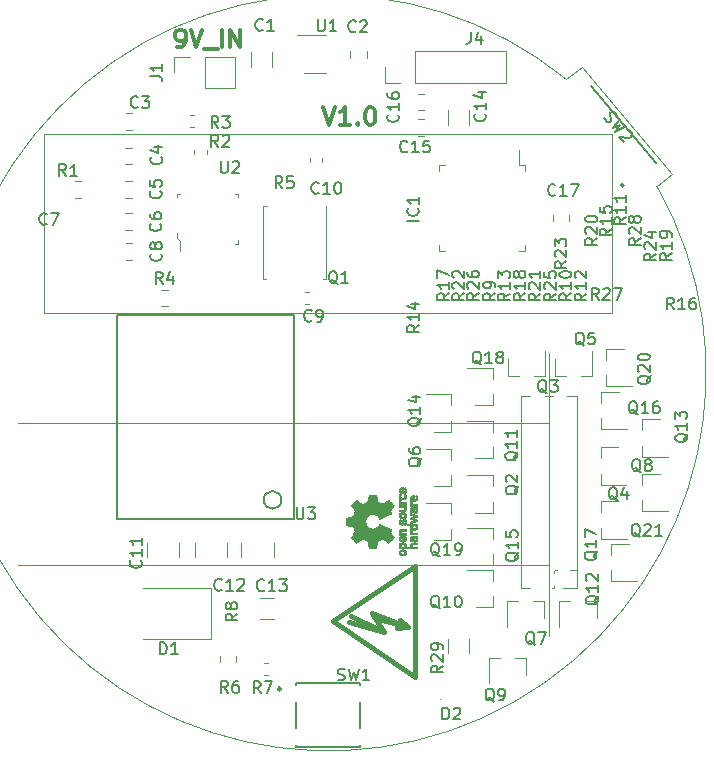
<source format=gbr>
G04 #@! TF.GenerationSoftware,KiCad,Pcbnew,(5.1.5)-3*
G04 #@! TF.CreationDate,2021-12-20T00:15:42-08:00*
G04 #@! TF.ProjectId,watch_v1,77617463-685f-4763-912e-6b696361645f,rev?*
G04 #@! TF.SameCoordinates,Original*
G04 #@! TF.FileFunction,Legend,Top*
G04 #@! TF.FilePolarity,Positive*
%FSLAX46Y46*%
G04 Gerber Fmt 4.6, Leading zero omitted, Abs format (unit mm)*
G04 Created by KiCad (PCBNEW (5.1.5)-3) date 2021-12-20 00:15:42*
%MOMM*%
%LPD*%
G04 APERTURE LIST*
%ADD10C,0.300000*%
%ADD11C,0.050000*%
%ADD12C,0.120000*%
%ADD13C,0.250000*%
%ADD14C,0.150000*%
%ADD15C,0.200000*%
%ADD16C,0.381000*%
%ADD17C,0.010000*%
%ADD18C,0.100000*%
%ADD19C,0.160000*%
%ADD20C,0.127000*%
G04 APERTURE END LIST*
D10*
X127482885Y-46600371D02*
X127982885Y-48100371D01*
X128482885Y-46600371D01*
X129768600Y-48100371D02*
X128911457Y-48100371D01*
X129340028Y-48100371D02*
X129340028Y-46600371D01*
X129197171Y-46814657D01*
X129054314Y-46957514D01*
X128911457Y-47028942D01*
X130411457Y-47957514D02*
X130482885Y-48028942D01*
X130411457Y-48100371D01*
X130340028Y-48028942D01*
X130411457Y-47957514D01*
X130411457Y-48100371D01*
X131411457Y-46600371D02*
X131554314Y-46600371D01*
X131697171Y-46671800D01*
X131768600Y-46743228D01*
X131840028Y-46886085D01*
X131911457Y-47171800D01*
X131911457Y-47528942D01*
X131840028Y-47814657D01*
X131768600Y-47957514D01*
X131697171Y-48028942D01*
X131554314Y-48100371D01*
X131411457Y-48100371D01*
X131268600Y-48028942D01*
X131197171Y-47957514D01*
X131125742Y-47814657D01*
X131054314Y-47528942D01*
X131054314Y-47171800D01*
X131125742Y-46886085D01*
X131197171Y-46743228D01*
X131268600Y-46671800D01*
X131411457Y-46600371D01*
X115124242Y-41534471D02*
X115409957Y-41534471D01*
X115552814Y-41463042D01*
X115624242Y-41391614D01*
X115767100Y-41177328D01*
X115838528Y-40891614D01*
X115838528Y-40320185D01*
X115767100Y-40177328D01*
X115695671Y-40105900D01*
X115552814Y-40034471D01*
X115267100Y-40034471D01*
X115124242Y-40105900D01*
X115052814Y-40177328D01*
X114981385Y-40320185D01*
X114981385Y-40677328D01*
X115052814Y-40820185D01*
X115124242Y-40891614D01*
X115267100Y-40963042D01*
X115552814Y-40963042D01*
X115695671Y-40891614D01*
X115767100Y-40820185D01*
X115838528Y-40677328D01*
X116267100Y-40034471D02*
X116767100Y-41534471D01*
X117267100Y-40034471D01*
X117409957Y-41677328D02*
X118552814Y-41677328D01*
X118909957Y-41534471D02*
X118909957Y-40034471D01*
X119624242Y-41534471D02*
X119624242Y-40034471D01*
X120481385Y-41534471D01*
X120481385Y-40034471D01*
D11*
X155752624Y-53294380D02*
G75*
G02X148089479Y-44241041I-27838224J-15793620D01*
G01*
X155752800Y-53294280D02*
X157038040Y-52242720D01*
X149407880Y-43159680D02*
X157038040Y-52242720D01*
X148089480Y-44241040D02*
X149407880Y-43159680D01*
D12*
X103886000Y-48895000D02*
X103886000Y-64058800D01*
X151942800Y-64008000D02*
X103911400Y-64058800D01*
X151942800Y-48895000D02*
X103886000Y-48895000D01*
X151942800Y-64008000D02*
X151942800Y-48895000D01*
X146640800Y-73353300D02*
X101632000Y-73353300D01*
X146640800Y-85392900D02*
X101632000Y-85392900D01*
X146640800Y-91412700D02*
X146640800Y-67409700D01*
D13*
X123914400Y-95856700D02*
G75*
G03X123914400Y-95856700I-125000J0D01*
G01*
D14*
X125214400Y-95481700D02*
X125214400Y-95356700D01*
X125214400Y-99181700D02*
X125214400Y-96931700D01*
X125214400Y-100756700D02*
X125214400Y-100631700D01*
X125214400Y-100756700D02*
X130614400Y-100756700D01*
X130614400Y-95481700D02*
X130614400Y-95356700D01*
X130614400Y-99181700D02*
X130614400Y-96931700D01*
X130614400Y-100756700D02*
X130614400Y-100631700D01*
X125214400Y-95356700D02*
X130614400Y-95356700D01*
D15*
X150171250Y-44778287D02*
X151938916Y-46884909D01*
X151938916Y-46884909D02*
X153867279Y-49183043D01*
X153867279Y-49183043D02*
X155634945Y-51289665D01*
X152946837Y-53207027D02*
G75*
G03X152946837Y-53207027I-141419J0D01*
G01*
D16*
X135279396Y-94818200D02*
X128294396Y-90119200D01*
X135279396Y-85420200D02*
X135279396Y-94818200D01*
X128294396Y-90119200D02*
X135279396Y-85420200D01*
X134685036Y-90617040D02*
X133785876Y-90718640D01*
X131885956Y-89819480D02*
X134685036Y-90617040D01*
X132686056Y-91018360D02*
X131885956Y-89819480D01*
X129686316Y-90218260D02*
X132686056Y-91018360D01*
X134685036Y-90617040D02*
X133986536Y-90017600D01*
X132686056Y-91018360D02*
X129884436Y-89717880D01*
X131586236Y-89418160D02*
X131985016Y-90017600D01*
X134685036Y-90617040D02*
X131586236Y-89418160D01*
D17*
G36*
X129735778Y-81294196D02*
G01*
X130037330Y-81237348D01*
X130210272Y-80817822D01*
X130039155Y-80566176D01*
X129991510Y-80495702D01*
X129948970Y-80431997D01*
X129913475Y-80378034D01*
X129886970Y-80336787D01*
X129871396Y-80311226D01*
X129868038Y-80304265D01*
X129876674Y-80291725D01*
X129900552Y-80264929D01*
X129936619Y-80226880D01*
X129981827Y-80180581D01*
X130033124Y-80129037D01*
X130087461Y-80075251D01*
X130141788Y-80022225D01*
X130193055Y-79972965D01*
X130238211Y-79930473D01*
X130274206Y-79897753D01*
X130297990Y-79877809D01*
X130305950Y-79873041D01*
X130320625Y-79879903D01*
X130352774Y-79899140D01*
X130399252Y-79928730D01*
X130456916Y-79966650D01*
X130522620Y-80010878D01*
X130560096Y-80036506D01*
X130628528Y-80083219D01*
X130690280Y-80124728D01*
X130742279Y-80159020D01*
X130781452Y-80184080D01*
X130804725Y-80197896D01*
X130809615Y-80199972D01*
X130823515Y-80195265D01*
X130855910Y-80182437D01*
X130902245Y-80163422D01*
X130957966Y-80140157D01*
X131018518Y-80114576D01*
X131079346Y-80088615D01*
X131135896Y-80064210D01*
X131183612Y-80043297D01*
X131217941Y-80027811D01*
X131234328Y-80019688D01*
X131234972Y-80019208D01*
X131238101Y-80006453D01*
X131245081Y-79972483D01*
X131255227Y-79920820D01*
X131267852Y-79854984D01*
X131282269Y-79778496D01*
X131290583Y-79733870D01*
X131306144Y-79652139D01*
X131320952Y-79578317D01*
X131334196Y-79516139D01*
X131345065Y-79469338D01*
X131352749Y-79441651D01*
X131355187Y-79436086D01*
X131371690Y-79430634D01*
X131408960Y-79426236D01*
X131462640Y-79422888D01*
X131528372Y-79420586D01*
X131601797Y-79419328D01*
X131678556Y-79419112D01*
X131754292Y-79419933D01*
X131824646Y-79421789D01*
X131885260Y-79424678D01*
X131931776Y-79428595D01*
X131959835Y-79433538D01*
X131965676Y-79436503D01*
X131972677Y-79454226D01*
X131982687Y-79491779D01*
X131994529Y-79544196D01*
X132007027Y-79606508D01*
X132011070Y-79628260D01*
X132030280Y-79733136D01*
X132045751Y-79815980D01*
X132058097Y-79879530D01*
X132067933Y-79926523D01*
X132075874Y-79959697D01*
X132082536Y-79981789D01*
X132088533Y-79995536D01*
X132094479Y-80003676D01*
X132095654Y-80004815D01*
X132114586Y-80016183D01*
X132151429Y-80033525D01*
X132201673Y-80055110D01*
X132260806Y-80079206D01*
X132324316Y-80104081D01*
X132387692Y-80128003D01*
X132446422Y-80149241D01*
X132495995Y-80166063D01*
X132531899Y-80176738D01*
X132549622Y-80179533D01*
X132550243Y-80179300D01*
X132564730Y-80169829D01*
X132596604Y-80148342D01*
X132642549Y-80117097D01*
X132699245Y-80078353D01*
X132763377Y-80034367D01*
X132781602Y-80021841D01*
X132847674Y-79977176D01*
X132907960Y-79937872D01*
X132958995Y-79906072D01*
X132997320Y-79883915D01*
X133019471Y-79873543D01*
X133022192Y-79873041D01*
X133036496Y-79881755D01*
X133064832Y-79905835D01*
X133104156Y-79942184D01*
X133151421Y-79987707D01*
X133203583Y-80039308D01*
X133257595Y-80093893D01*
X133310413Y-80148366D01*
X133358991Y-80199631D01*
X133400283Y-80244593D01*
X133431245Y-80280156D01*
X133448830Y-80303225D01*
X133451701Y-80309606D01*
X133444938Y-80324461D01*
X133426699Y-80354874D01*
X133400057Y-80395892D01*
X133378612Y-80427451D01*
X133339263Y-80484635D01*
X133292931Y-80552354D01*
X133246673Y-80620280D01*
X133221915Y-80656799D01*
X133138307Y-80780408D01*
X133194410Y-80884169D01*
X133218988Y-80931440D01*
X133238091Y-80971637D01*
X133248987Y-80998834D01*
X133250503Y-81005758D01*
X133239309Y-81014083D01*
X133207677Y-81030506D01*
X133158525Y-81053803D01*
X133094770Y-81082746D01*
X133019331Y-81116110D01*
X132935124Y-81152669D01*
X132845068Y-81191196D01*
X132752081Y-81230466D01*
X132659080Y-81269252D01*
X132568983Y-81306330D01*
X132484708Y-81340471D01*
X132409173Y-81370452D01*
X132345294Y-81395044D01*
X132295991Y-81413024D01*
X132264181Y-81423163D01*
X132253256Y-81424794D01*
X132239321Y-81411869D01*
X132216700Y-81383571D01*
X132190093Y-81345814D01*
X132187988Y-81342645D01*
X132109874Y-81245060D01*
X132018742Y-81166374D01*
X131917505Y-81107269D01*
X131809078Y-81068428D01*
X131696374Y-81050532D01*
X131582308Y-81054263D01*
X131469794Y-81080303D01*
X131361745Y-81129335D01*
X131338105Y-81143760D01*
X131242647Y-81218791D01*
X131165992Y-81307430D01*
X131108540Y-81406611D01*
X131070689Y-81513265D01*
X131052838Y-81624324D01*
X131055385Y-81736721D01*
X131078730Y-81847387D01*
X131123270Y-81953254D01*
X131189405Y-82051255D01*
X131216247Y-82081570D01*
X131300272Y-82158722D01*
X131388726Y-82214942D01*
X131487875Y-82253507D01*
X131586063Y-82274986D01*
X131696457Y-82280288D01*
X131807400Y-82262608D01*
X131915141Y-82223741D01*
X132015929Y-82165483D01*
X132106016Y-82089629D01*
X132181652Y-81997977D01*
X132189624Y-81985932D01*
X132215734Y-81947771D01*
X132238355Y-81918761D01*
X132252799Y-81904892D01*
X132253256Y-81904691D01*
X132268881Y-81907668D01*
X132304342Y-81919471D01*
X132356722Y-81938874D01*
X132423105Y-81964648D01*
X132500574Y-81995569D01*
X132586210Y-82030409D01*
X132677097Y-82067943D01*
X132770319Y-82106943D01*
X132862957Y-82146183D01*
X132952095Y-82184436D01*
X133034815Y-82220477D01*
X133108201Y-82253077D01*
X133169335Y-82281012D01*
X133215301Y-82303055D01*
X133243181Y-82317978D01*
X133250503Y-82323988D01*
X133244801Y-82342351D01*
X133229509Y-82376712D01*
X133207359Y-82421144D01*
X133194410Y-82445577D01*
X133138307Y-82549338D01*
X133221915Y-82672947D01*
X133264747Y-82736046D01*
X133311882Y-82805130D01*
X133356263Y-82869867D01*
X133378612Y-82902294D01*
X133409237Y-82947901D01*
X133433507Y-82986520D01*
X133448347Y-83013112D01*
X133451484Y-83021750D01*
X133443021Y-83034321D01*
X133419396Y-83062144D01*
X133383062Y-83102521D01*
X133336471Y-83152755D01*
X133282077Y-83210148D01*
X133247152Y-83246446D01*
X133184756Y-83309950D01*
X133128948Y-83364833D01*
X133082114Y-83408874D01*
X133046642Y-83439855D01*
X133024921Y-83455558D01*
X133020512Y-83457065D01*
X133003745Y-83450074D01*
X132969842Y-83430754D01*
X132922236Y-83401251D01*
X132864359Y-83363705D01*
X132799644Y-83320260D01*
X132781602Y-83307905D01*
X132716027Y-83262887D01*
X132656988Y-83222500D01*
X132607802Y-83189000D01*
X132571788Y-83164646D01*
X132552262Y-83151696D01*
X132550243Y-83150445D01*
X132534682Y-83152316D01*
X132500469Y-83162247D01*
X132452115Y-83178507D01*
X132394131Y-83199365D01*
X132331030Y-83223087D01*
X132267323Y-83247944D01*
X132207521Y-83272202D01*
X132156136Y-83294131D01*
X132117679Y-83311998D01*
X132096662Y-83324073D01*
X132095654Y-83324931D01*
X132089648Y-83332314D01*
X132083708Y-83344785D01*
X132077220Y-83365080D01*
X132069569Y-83395938D01*
X132060140Y-83440094D01*
X132048319Y-83500286D01*
X132033489Y-83579253D01*
X132015037Y-83679730D01*
X132011070Y-83701485D01*
X131998613Y-83765962D01*
X131986426Y-83822171D01*
X131975686Y-83865147D01*
X131967569Y-83889920D01*
X131965676Y-83893242D01*
X131948898Y-83898716D01*
X131911405Y-83903166D01*
X131857554Y-83906588D01*
X131791704Y-83908979D01*
X131718213Y-83910337D01*
X131641440Y-83910659D01*
X131565743Y-83909941D01*
X131495480Y-83908181D01*
X131435010Y-83905376D01*
X131388690Y-83901522D01*
X131360879Y-83896617D01*
X131355187Y-83893660D01*
X131349446Y-83877197D01*
X131340105Y-83839711D01*
X131327975Y-83784935D01*
X131313867Y-83716605D01*
X131298590Y-83638454D01*
X131290583Y-83595876D01*
X131275481Y-83515089D01*
X131261800Y-83443047D01*
X131250227Y-83383271D01*
X131241447Y-83339281D01*
X131236147Y-83314599D01*
X131234972Y-83310537D01*
X131221725Y-83303671D01*
X131189817Y-83289158D01*
X131143807Y-83268931D01*
X131088252Y-83244926D01*
X131027713Y-83219078D01*
X130966746Y-83193320D01*
X130909911Y-83169587D01*
X130861766Y-83149814D01*
X130826870Y-83135936D01*
X130809781Y-83129886D01*
X130809034Y-83129774D01*
X130795553Y-83136632D01*
X130764530Y-83155858D01*
X130719049Y-83185432D01*
X130662192Y-83223333D01*
X130597043Y-83267540D01*
X130559622Y-83293239D01*
X130491007Y-83340067D01*
X130428712Y-83381659D01*
X130375889Y-83415985D01*
X130335687Y-83441017D01*
X130311260Y-83454725D01*
X130305784Y-83456704D01*
X130293038Y-83448194D01*
X130265823Y-83424667D01*
X130227188Y-83389128D01*
X130180183Y-83344583D01*
X130127855Y-83294037D01*
X130073255Y-83240496D01*
X130019430Y-83186965D01*
X129969430Y-83136449D01*
X129926303Y-83091954D01*
X129893099Y-83056485D01*
X129872866Y-83033047D01*
X129868038Y-83025206D01*
X129874827Y-83012440D01*
X129893902Y-82981904D01*
X129923321Y-82936570D01*
X129961141Y-82879404D01*
X130005421Y-82813376D01*
X130039155Y-82763570D01*
X130210272Y-82511924D01*
X130123801Y-82302161D01*
X130037330Y-82092397D01*
X129735778Y-82035549D01*
X129434226Y-81978700D01*
X129434226Y-81351045D01*
X129735778Y-81294196D01*
G37*
X129735778Y-81294196D02*
X130037330Y-81237348D01*
X130210272Y-80817822D01*
X130039155Y-80566176D01*
X129991510Y-80495702D01*
X129948970Y-80431997D01*
X129913475Y-80378034D01*
X129886970Y-80336787D01*
X129871396Y-80311226D01*
X129868038Y-80304265D01*
X129876674Y-80291725D01*
X129900552Y-80264929D01*
X129936619Y-80226880D01*
X129981827Y-80180581D01*
X130033124Y-80129037D01*
X130087461Y-80075251D01*
X130141788Y-80022225D01*
X130193055Y-79972965D01*
X130238211Y-79930473D01*
X130274206Y-79897753D01*
X130297990Y-79877809D01*
X130305950Y-79873041D01*
X130320625Y-79879903D01*
X130352774Y-79899140D01*
X130399252Y-79928730D01*
X130456916Y-79966650D01*
X130522620Y-80010878D01*
X130560096Y-80036506D01*
X130628528Y-80083219D01*
X130690280Y-80124728D01*
X130742279Y-80159020D01*
X130781452Y-80184080D01*
X130804725Y-80197896D01*
X130809615Y-80199972D01*
X130823515Y-80195265D01*
X130855910Y-80182437D01*
X130902245Y-80163422D01*
X130957966Y-80140157D01*
X131018518Y-80114576D01*
X131079346Y-80088615D01*
X131135896Y-80064210D01*
X131183612Y-80043297D01*
X131217941Y-80027811D01*
X131234328Y-80019688D01*
X131234972Y-80019208D01*
X131238101Y-80006453D01*
X131245081Y-79972483D01*
X131255227Y-79920820D01*
X131267852Y-79854984D01*
X131282269Y-79778496D01*
X131290583Y-79733870D01*
X131306144Y-79652139D01*
X131320952Y-79578317D01*
X131334196Y-79516139D01*
X131345065Y-79469338D01*
X131352749Y-79441651D01*
X131355187Y-79436086D01*
X131371690Y-79430634D01*
X131408960Y-79426236D01*
X131462640Y-79422888D01*
X131528372Y-79420586D01*
X131601797Y-79419328D01*
X131678556Y-79419112D01*
X131754292Y-79419933D01*
X131824646Y-79421789D01*
X131885260Y-79424678D01*
X131931776Y-79428595D01*
X131959835Y-79433538D01*
X131965676Y-79436503D01*
X131972677Y-79454226D01*
X131982687Y-79491779D01*
X131994529Y-79544196D01*
X132007027Y-79606508D01*
X132011070Y-79628260D01*
X132030280Y-79733136D01*
X132045751Y-79815980D01*
X132058097Y-79879530D01*
X132067933Y-79926523D01*
X132075874Y-79959697D01*
X132082536Y-79981789D01*
X132088533Y-79995536D01*
X132094479Y-80003676D01*
X132095654Y-80004815D01*
X132114586Y-80016183D01*
X132151429Y-80033525D01*
X132201673Y-80055110D01*
X132260806Y-80079206D01*
X132324316Y-80104081D01*
X132387692Y-80128003D01*
X132446422Y-80149241D01*
X132495995Y-80166063D01*
X132531899Y-80176738D01*
X132549622Y-80179533D01*
X132550243Y-80179300D01*
X132564730Y-80169829D01*
X132596604Y-80148342D01*
X132642549Y-80117097D01*
X132699245Y-80078353D01*
X132763377Y-80034367D01*
X132781602Y-80021841D01*
X132847674Y-79977176D01*
X132907960Y-79937872D01*
X132958995Y-79906072D01*
X132997320Y-79883915D01*
X133019471Y-79873543D01*
X133022192Y-79873041D01*
X133036496Y-79881755D01*
X133064832Y-79905835D01*
X133104156Y-79942184D01*
X133151421Y-79987707D01*
X133203583Y-80039308D01*
X133257595Y-80093893D01*
X133310413Y-80148366D01*
X133358991Y-80199631D01*
X133400283Y-80244593D01*
X133431245Y-80280156D01*
X133448830Y-80303225D01*
X133451701Y-80309606D01*
X133444938Y-80324461D01*
X133426699Y-80354874D01*
X133400057Y-80395892D01*
X133378612Y-80427451D01*
X133339263Y-80484635D01*
X133292931Y-80552354D01*
X133246673Y-80620280D01*
X133221915Y-80656799D01*
X133138307Y-80780408D01*
X133194410Y-80884169D01*
X133218988Y-80931440D01*
X133238091Y-80971637D01*
X133248987Y-80998834D01*
X133250503Y-81005758D01*
X133239309Y-81014083D01*
X133207677Y-81030506D01*
X133158525Y-81053803D01*
X133094770Y-81082746D01*
X133019331Y-81116110D01*
X132935124Y-81152669D01*
X132845068Y-81191196D01*
X132752081Y-81230466D01*
X132659080Y-81269252D01*
X132568983Y-81306330D01*
X132484708Y-81340471D01*
X132409173Y-81370452D01*
X132345294Y-81395044D01*
X132295991Y-81413024D01*
X132264181Y-81423163D01*
X132253256Y-81424794D01*
X132239321Y-81411869D01*
X132216700Y-81383571D01*
X132190093Y-81345814D01*
X132187988Y-81342645D01*
X132109874Y-81245060D01*
X132018742Y-81166374D01*
X131917505Y-81107269D01*
X131809078Y-81068428D01*
X131696374Y-81050532D01*
X131582308Y-81054263D01*
X131469794Y-81080303D01*
X131361745Y-81129335D01*
X131338105Y-81143760D01*
X131242647Y-81218791D01*
X131165992Y-81307430D01*
X131108540Y-81406611D01*
X131070689Y-81513265D01*
X131052838Y-81624324D01*
X131055385Y-81736721D01*
X131078730Y-81847387D01*
X131123270Y-81953254D01*
X131189405Y-82051255D01*
X131216247Y-82081570D01*
X131300272Y-82158722D01*
X131388726Y-82214942D01*
X131487875Y-82253507D01*
X131586063Y-82274986D01*
X131696457Y-82280288D01*
X131807400Y-82262608D01*
X131915141Y-82223741D01*
X132015929Y-82165483D01*
X132106016Y-82089629D01*
X132181652Y-81997977D01*
X132189624Y-81985932D01*
X132215734Y-81947771D01*
X132238355Y-81918761D01*
X132252799Y-81904892D01*
X132253256Y-81904691D01*
X132268881Y-81907668D01*
X132304342Y-81919471D01*
X132356722Y-81938874D01*
X132423105Y-81964648D01*
X132500574Y-81995569D01*
X132586210Y-82030409D01*
X132677097Y-82067943D01*
X132770319Y-82106943D01*
X132862957Y-82146183D01*
X132952095Y-82184436D01*
X133034815Y-82220477D01*
X133108201Y-82253077D01*
X133169335Y-82281012D01*
X133215301Y-82303055D01*
X133243181Y-82317978D01*
X133250503Y-82323988D01*
X133244801Y-82342351D01*
X133229509Y-82376712D01*
X133207359Y-82421144D01*
X133194410Y-82445577D01*
X133138307Y-82549338D01*
X133221915Y-82672947D01*
X133264747Y-82736046D01*
X133311882Y-82805130D01*
X133356263Y-82869867D01*
X133378612Y-82902294D01*
X133409237Y-82947901D01*
X133433507Y-82986520D01*
X133448347Y-83013112D01*
X133451484Y-83021750D01*
X133443021Y-83034321D01*
X133419396Y-83062144D01*
X133383062Y-83102521D01*
X133336471Y-83152755D01*
X133282077Y-83210148D01*
X133247152Y-83246446D01*
X133184756Y-83309950D01*
X133128948Y-83364833D01*
X133082114Y-83408874D01*
X133046642Y-83439855D01*
X133024921Y-83455558D01*
X133020512Y-83457065D01*
X133003745Y-83450074D01*
X132969842Y-83430754D01*
X132922236Y-83401251D01*
X132864359Y-83363705D01*
X132799644Y-83320260D01*
X132781602Y-83307905D01*
X132716027Y-83262887D01*
X132656988Y-83222500D01*
X132607802Y-83189000D01*
X132571788Y-83164646D01*
X132552262Y-83151696D01*
X132550243Y-83150445D01*
X132534682Y-83152316D01*
X132500469Y-83162247D01*
X132452115Y-83178507D01*
X132394131Y-83199365D01*
X132331030Y-83223087D01*
X132267323Y-83247944D01*
X132207521Y-83272202D01*
X132156136Y-83294131D01*
X132117679Y-83311998D01*
X132096662Y-83324073D01*
X132095654Y-83324931D01*
X132089648Y-83332314D01*
X132083708Y-83344785D01*
X132077220Y-83365080D01*
X132069569Y-83395938D01*
X132060140Y-83440094D01*
X132048319Y-83500286D01*
X132033489Y-83579253D01*
X132015037Y-83679730D01*
X132011070Y-83701485D01*
X131998613Y-83765962D01*
X131986426Y-83822171D01*
X131975686Y-83865147D01*
X131967569Y-83889920D01*
X131965676Y-83893242D01*
X131948898Y-83898716D01*
X131911405Y-83903166D01*
X131857554Y-83906588D01*
X131791704Y-83908979D01*
X131718213Y-83910337D01*
X131641440Y-83910659D01*
X131565743Y-83909941D01*
X131495480Y-83908181D01*
X131435010Y-83905376D01*
X131388690Y-83901522D01*
X131360879Y-83896617D01*
X131355187Y-83893660D01*
X131349446Y-83877197D01*
X131340105Y-83839711D01*
X131327975Y-83784935D01*
X131313867Y-83716605D01*
X131298590Y-83638454D01*
X131290583Y-83595876D01*
X131275481Y-83515089D01*
X131261800Y-83443047D01*
X131250227Y-83383271D01*
X131241447Y-83339281D01*
X131236147Y-83314599D01*
X131234972Y-83310537D01*
X131221725Y-83303671D01*
X131189817Y-83289158D01*
X131143807Y-83268931D01*
X131088252Y-83244926D01*
X131027713Y-83219078D01*
X130966746Y-83193320D01*
X130909911Y-83169587D01*
X130861766Y-83149814D01*
X130826870Y-83135936D01*
X130809781Y-83129886D01*
X130809034Y-83129774D01*
X130795553Y-83136632D01*
X130764530Y-83155858D01*
X130719049Y-83185432D01*
X130662192Y-83223333D01*
X130597043Y-83267540D01*
X130559622Y-83293239D01*
X130491007Y-83340067D01*
X130428712Y-83381659D01*
X130375889Y-83415985D01*
X130335687Y-83441017D01*
X130311260Y-83454725D01*
X130305784Y-83456704D01*
X130293038Y-83448194D01*
X130265823Y-83424667D01*
X130227188Y-83389128D01*
X130180183Y-83344583D01*
X130127855Y-83294037D01*
X130073255Y-83240496D01*
X130019430Y-83186965D01*
X129969430Y-83136449D01*
X129926303Y-83091954D01*
X129893099Y-83056485D01*
X129872866Y-83033047D01*
X129868038Y-83025206D01*
X129874827Y-83012440D01*
X129893902Y-82981904D01*
X129923321Y-82936570D01*
X129961141Y-82879404D01*
X130005421Y-82813376D01*
X130039155Y-82763570D01*
X130210272Y-82511924D01*
X130123801Y-82302161D01*
X130037330Y-82092397D01*
X129735778Y-82035549D01*
X129434226Y-81978700D01*
X129434226Y-81351045D01*
X129735778Y-81294196D01*
G36*
X133903790Y-79871700D02*
G01*
X133917005Y-79828449D01*
X133933701Y-79800602D01*
X133946905Y-79791531D01*
X133962557Y-79794028D01*
X133987145Y-79810229D01*
X134004560Y-79823928D01*
X134036043Y-79852168D01*
X134049289Y-79873385D01*
X134048424Y-79891472D01*
X134034770Y-79945125D01*
X134035390Y-79984530D01*
X134050864Y-80016528D01*
X134059921Y-80027270D01*
X134091787Y-80061655D01*
X134507939Y-80061655D01*
X134507939Y-80199972D01*
X133904374Y-80199972D01*
X133904374Y-80130813D01*
X133906016Y-80089291D01*
X133911847Y-80067869D01*
X133923221Y-80061658D01*
X133923558Y-80061655D01*
X133935473Y-80058721D01*
X133933919Y-80045456D01*
X133925323Y-80027076D01*
X133909328Y-79989114D01*
X133899705Y-79958288D01*
X133897238Y-79918624D01*
X133903790Y-79871700D01*
G37*
X133903790Y-79871700D02*
X133917005Y-79828449D01*
X133933701Y-79800602D01*
X133946905Y-79791531D01*
X133962557Y-79794028D01*
X133987145Y-79810229D01*
X134004560Y-79823928D01*
X134036043Y-79852168D01*
X134049289Y-79873385D01*
X134048424Y-79891472D01*
X134034770Y-79945125D01*
X134035390Y-79984530D01*
X134050864Y-80016528D01*
X134059921Y-80027270D01*
X134091787Y-80061655D01*
X134507939Y-80061655D01*
X134507939Y-80199972D01*
X133904374Y-80199972D01*
X133904374Y-80130813D01*
X133906016Y-80089291D01*
X133911847Y-80067869D01*
X133923221Y-80061658D01*
X133923558Y-80061655D01*
X133935473Y-80058721D01*
X133933919Y-80045456D01*
X133925323Y-80027076D01*
X133909328Y-79989114D01*
X133899705Y-79958288D01*
X133897238Y-79918624D01*
X133903790Y-79871700D01*
G36*
X133914762Y-82425172D02*
G01*
X133929710Y-82393877D01*
X133951301Y-82363569D01*
X133976151Y-82340478D01*
X134007847Y-82323660D01*
X134049974Y-82312166D01*
X134106118Y-82305051D01*
X134179866Y-82301367D01*
X134274804Y-82300168D01*
X134284745Y-82300149D01*
X134507939Y-82299873D01*
X134507939Y-82438190D01*
X134302178Y-82438190D01*
X134225949Y-82438288D01*
X134170699Y-82438969D01*
X134132261Y-82440811D01*
X134106466Y-82444393D01*
X134089144Y-82450292D01*
X134076128Y-82459087D01*
X134063267Y-82471340D01*
X134035633Y-82514207D01*
X134030505Y-82561003D01*
X134047977Y-82605584D01*
X134060981Y-82621088D01*
X134073207Y-82632470D01*
X134086300Y-82640641D01*
X134104375Y-82646134D01*
X134131547Y-82649480D01*
X134171930Y-82651211D01*
X134229639Y-82651857D01*
X134299892Y-82651952D01*
X134507939Y-82651952D01*
X134507939Y-82790269D01*
X133904374Y-82790269D01*
X133904374Y-82721110D01*
X133906016Y-82679588D01*
X133911847Y-82658166D01*
X133923221Y-82651955D01*
X133923558Y-82651952D01*
X133934698Y-82649070D01*
X133933434Y-82636359D01*
X133921194Y-82611086D01*
X133903184Y-82553765D01*
X133901181Y-82488197D01*
X133914762Y-82425172D01*
G37*
X133914762Y-82425172D02*
X133929710Y-82393877D01*
X133951301Y-82363569D01*
X133976151Y-82340478D01*
X134007847Y-82323660D01*
X134049974Y-82312166D01*
X134106118Y-82305051D01*
X134179866Y-82301367D01*
X134274804Y-82300168D01*
X134284745Y-82300149D01*
X134507939Y-82299873D01*
X134507939Y-82438190D01*
X134302178Y-82438190D01*
X134225949Y-82438288D01*
X134170699Y-82438969D01*
X134132261Y-82440811D01*
X134106466Y-82444393D01*
X134089144Y-82450292D01*
X134076128Y-82459087D01*
X134063267Y-82471340D01*
X134035633Y-82514207D01*
X134030505Y-82561003D01*
X134047977Y-82605584D01*
X134060981Y-82621088D01*
X134073207Y-82632470D01*
X134086300Y-82640641D01*
X134104375Y-82646134D01*
X134131547Y-82649480D01*
X134171930Y-82651211D01*
X134229639Y-82651857D01*
X134299892Y-82651952D01*
X134507939Y-82651952D01*
X134507939Y-82790269D01*
X133904374Y-82790269D01*
X133904374Y-82721110D01*
X133906016Y-82679588D01*
X133911847Y-82658166D01*
X133923221Y-82651955D01*
X133923558Y-82651952D01*
X133934698Y-82649070D01*
X133933434Y-82636359D01*
X133921194Y-82611086D01*
X133903184Y-82553765D01*
X133901181Y-82488197D01*
X133914762Y-82425172D01*
G36*
X133902217Y-78993262D02*
G01*
X133910039Y-78961064D01*
X133938681Y-78899335D01*
X133982427Y-78846550D01*
X134034877Y-78810019D01*
X134046653Y-78805000D01*
X134077500Y-78798115D01*
X134123131Y-78793296D01*
X134169252Y-78791655D01*
X134256453Y-78791655D01*
X134256453Y-78973982D01*
X134256738Y-79049181D01*
X134258464Y-79102157D01*
X134262941Y-79135835D01*
X134271480Y-79153140D01*
X134285390Y-79156997D01*
X134305982Y-79150331D01*
X134330075Y-79138390D01*
X134370285Y-79105080D01*
X134390318Y-79058792D01*
X134389665Y-79002216D01*
X134367861Y-78938129D01*
X134340953Y-78882743D01*
X134377292Y-78836785D01*
X134413632Y-78790827D01*
X134453579Y-78834064D01*
X134491323Y-78891786D01*
X134514080Y-78962774D01*
X134520448Y-79039131D01*
X134509028Y-79112961D01*
X134505153Y-79124873D01*
X134471266Y-79189761D01*
X134420746Y-79238030D01*
X134352085Y-79270695D01*
X134263774Y-79288775D01*
X134261881Y-79288985D01*
X134165638Y-79290604D01*
X134131302Y-79284060D01*
X134131302Y-79156308D01*
X134136582Y-79144576D01*
X134140627Y-79112722D01*
X134142936Y-79065763D01*
X134143285Y-79036006D01*
X134143066Y-78980512D01*
X134141676Y-78945814D01*
X134138011Y-78927559D01*
X134130970Y-78921394D01*
X134119450Y-78922965D01*
X134114993Y-78924282D01*
X134073115Y-78946778D01*
X134039364Y-78982157D01*
X134024533Y-79013380D01*
X134025428Y-79054859D01*
X134043924Y-79096891D01*
X134074546Y-79132148D01*
X134111822Y-79153306D01*
X134131302Y-79156308D01*
X134131302Y-79284060D01*
X134080989Y-79274470D01*
X134009951Y-79242462D01*
X133954539Y-79196459D01*
X133916769Y-79138339D01*
X133898656Y-79069980D01*
X133902217Y-78993262D01*
G37*
X133902217Y-78993262D02*
X133910039Y-78961064D01*
X133938681Y-78899335D01*
X133982427Y-78846550D01*
X134034877Y-78810019D01*
X134046653Y-78805000D01*
X134077500Y-78798115D01*
X134123131Y-78793296D01*
X134169252Y-78791655D01*
X134256453Y-78791655D01*
X134256453Y-78973982D01*
X134256738Y-79049181D01*
X134258464Y-79102157D01*
X134262941Y-79135835D01*
X134271480Y-79153140D01*
X134285390Y-79156997D01*
X134305982Y-79150331D01*
X134330075Y-79138390D01*
X134370285Y-79105080D01*
X134390318Y-79058792D01*
X134389665Y-79002216D01*
X134367861Y-78938129D01*
X134340953Y-78882743D01*
X134377292Y-78836785D01*
X134413632Y-78790827D01*
X134453579Y-78834064D01*
X134491323Y-78891786D01*
X134514080Y-78962774D01*
X134520448Y-79039131D01*
X134509028Y-79112961D01*
X134505153Y-79124873D01*
X134471266Y-79189761D01*
X134420746Y-79238030D01*
X134352085Y-79270695D01*
X134263774Y-79288775D01*
X134261881Y-79288985D01*
X134165638Y-79290604D01*
X134131302Y-79284060D01*
X134131302Y-79156308D01*
X134136582Y-79144576D01*
X134140627Y-79112722D01*
X134142936Y-79065763D01*
X134143285Y-79036006D01*
X134143066Y-78980512D01*
X134141676Y-78945814D01*
X134138011Y-78927559D01*
X134130970Y-78921394D01*
X134119450Y-78922965D01*
X134114993Y-78924282D01*
X134073115Y-78946778D01*
X134039364Y-78982157D01*
X134024533Y-79013380D01*
X134025428Y-79054859D01*
X134043924Y-79096891D01*
X134074546Y-79132148D01*
X134111822Y-79153306D01*
X134131302Y-79156308D01*
X134131302Y-79284060D01*
X134080989Y-79274470D01*
X134009951Y-79242462D01*
X133954539Y-79196459D01*
X133916769Y-79138339D01*
X133898656Y-79069980D01*
X133902217Y-78993262D01*
G36*
X133909640Y-79453934D02*
G01*
X133940590Y-79381080D01*
X133955655Y-79358133D01*
X133978808Y-79328806D01*
X133997013Y-79310396D01*
X134002943Y-79307199D01*
X134016100Y-79316225D01*
X134038427Y-79339323D01*
X134054010Y-79357816D01*
X134094686Y-79408432D01*
X134061055Y-79448400D01*
X134039344Y-79479286D01*
X134031850Y-79509401D01*
X134033680Y-79543868D01*
X134047288Y-79598599D01*
X134075532Y-79636274D01*
X134121193Y-79659169D01*
X134187049Y-79669563D01*
X134187091Y-79669565D01*
X134260699Y-79668666D01*
X134314706Y-79654697D01*
X134351476Y-79626832D01*
X134363928Y-79607835D01*
X134379433Y-79557384D01*
X134379443Y-79503497D01*
X134364398Y-79456614D01*
X134357047Y-79445516D01*
X134338271Y-79417684D01*
X134335194Y-79395924D01*
X134349169Y-79372456D01*
X134374270Y-79346511D01*
X134416640Y-79305444D01*
X134454224Y-79351039D01*
X134496642Y-79421486D01*
X134517545Y-79500927D01*
X134516032Y-79583945D01*
X134502171Y-79638466D01*
X134467895Y-79702190D01*
X134413972Y-79753155D01*
X134375909Y-79776309D01*
X134321296Y-79795061D01*
X134252129Y-79804445D01*
X134177167Y-79804517D01*
X134105169Y-79795336D01*
X134044897Y-79776961D01*
X134038718Y-79774067D01*
X133978111Y-79731208D01*
X133933984Y-79673181D01*
X133907253Y-79604569D01*
X133898833Y-79529959D01*
X133909640Y-79453934D01*
G37*
X133909640Y-79453934D02*
X133940590Y-79381080D01*
X133955655Y-79358133D01*
X133978808Y-79328806D01*
X133997013Y-79310396D01*
X134002943Y-79307199D01*
X134016100Y-79316225D01*
X134038427Y-79339323D01*
X134054010Y-79357816D01*
X134094686Y-79408432D01*
X134061055Y-79448400D01*
X134039344Y-79479286D01*
X134031850Y-79509401D01*
X134033680Y-79543868D01*
X134047288Y-79598599D01*
X134075532Y-79636274D01*
X134121193Y-79659169D01*
X134187049Y-79669563D01*
X134187091Y-79669565D01*
X134260699Y-79668666D01*
X134314706Y-79654697D01*
X134351476Y-79626832D01*
X134363928Y-79607835D01*
X134379433Y-79557384D01*
X134379443Y-79503497D01*
X134364398Y-79456614D01*
X134357047Y-79445516D01*
X134338271Y-79417684D01*
X134335194Y-79395924D01*
X134349169Y-79372456D01*
X134374270Y-79346511D01*
X134416640Y-79305444D01*
X134454224Y-79351039D01*
X134496642Y-79421486D01*
X134517545Y-79500927D01*
X134516032Y-79583945D01*
X134502171Y-79638466D01*
X134467895Y-79702190D01*
X134413972Y-79753155D01*
X134375909Y-79776309D01*
X134321296Y-79795061D01*
X134252129Y-79804445D01*
X134177167Y-79804517D01*
X134105169Y-79795336D01*
X134044897Y-79776961D01*
X134038718Y-79774067D01*
X133978111Y-79731208D01*
X133933984Y-79673181D01*
X133907253Y-79604569D01*
X133898833Y-79529959D01*
X133909640Y-79453934D01*
G36*
X134100102Y-80677793D02*
G01*
X134192323Y-80676605D01*
X134262370Y-80672263D01*
X134313141Y-80663602D01*
X134347532Y-80649456D01*
X134368439Y-80628660D01*
X134378760Y-80600050D01*
X134381396Y-80564625D01*
X134378442Y-80527524D01*
X134367649Y-80499342D01*
X134346120Y-80478917D01*
X134310959Y-80465081D01*
X134259270Y-80456669D01*
X134188154Y-80452517D01*
X134100102Y-80451457D01*
X133904374Y-80451457D01*
X133904374Y-80313140D01*
X134507939Y-80313140D01*
X134507939Y-80382298D01*
X134506249Y-80423990D01*
X134500316Y-80445459D01*
X134489053Y-80451457D01*
X134479021Y-80455069D01*
X134481143Y-80469446D01*
X134495340Y-80498424D01*
X134517240Y-80564841D01*
X134515688Y-80635285D01*
X134491907Y-80702783D01*
X134473122Y-80734927D01*
X134452782Y-80759445D01*
X134427333Y-80777356D01*
X134393218Y-80789681D01*
X134346881Y-80797437D01*
X134284767Y-80801644D01*
X134203321Y-80803320D01*
X134140338Y-80803536D01*
X133904374Y-80803536D01*
X133904374Y-80677793D01*
X134100102Y-80677793D01*
G37*
X134100102Y-80677793D02*
X134192323Y-80676605D01*
X134262370Y-80672263D01*
X134313141Y-80663602D01*
X134347532Y-80649456D01*
X134368439Y-80628660D01*
X134378760Y-80600050D01*
X134381396Y-80564625D01*
X134378442Y-80527524D01*
X134367649Y-80499342D01*
X134346120Y-80478917D01*
X134310959Y-80465081D01*
X134259270Y-80456669D01*
X134188154Y-80452517D01*
X134100102Y-80451457D01*
X133904374Y-80451457D01*
X133904374Y-80313140D01*
X134507939Y-80313140D01*
X134507939Y-80382298D01*
X134506249Y-80423990D01*
X134500316Y-80445459D01*
X134489053Y-80451457D01*
X134479021Y-80455069D01*
X134481143Y-80469446D01*
X134495340Y-80498424D01*
X134517240Y-80564841D01*
X134515688Y-80635285D01*
X134491907Y-80702783D01*
X134473122Y-80734927D01*
X134452782Y-80759445D01*
X134427333Y-80777356D01*
X134393218Y-80789681D01*
X134346881Y-80797437D01*
X134284767Y-80801644D01*
X134203321Y-80803320D01*
X134140338Y-80803536D01*
X133904374Y-80803536D01*
X133904374Y-80677793D01*
X134100102Y-80677793D01*
G36*
X133911815Y-81060398D02*
G01*
X133946452Y-80996797D01*
X134001132Y-80947037D01*
X134045602Y-80923592D01*
X134084881Y-80913526D01*
X134140876Y-80907004D01*
X134205381Y-80904209D01*
X134270189Y-80905324D01*
X134327094Y-80910534D01*
X134357487Y-80916619D01*
X134399066Y-80937146D01*
X134443228Y-80972697D01*
X134481847Y-81015541D01*
X134506794Y-81057949D01*
X134507190Y-81058983D01*
X134518091Y-81111607D01*
X134518361Y-81173972D01*
X134508436Y-81233236D01*
X134500482Y-81256120D01*
X134467060Y-81315058D01*
X134423271Y-81357270D01*
X134365298Y-81385004D01*
X134289325Y-81400509D01*
X134249531Y-81404017D01*
X134199526Y-81403570D01*
X134199526Y-81268784D01*
X134272492Y-81264243D01*
X134328094Y-81251174D01*
X134363621Y-81230404D01*
X134373780Y-81215608D01*
X134380864Y-81177696D01*
X134378767Y-81132633D01*
X134368572Y-81093673D01*
X134362964Y-81083456D01*
X134330298Y-81056501D01*
X134280305Y-81038709D01*
X134219465Y-81031136D01*
X134154257Y-81034835D01*
X134115013Y-81043103D01*
X134069565Y-81066840D01*
X134041156Y-81104311D01*
X134031333Y-81149440D01*
X134041647Y-81196149D01*
X134066872Y-81232028D01*
X134087685Y-81250883D01*
X134108199Y-81261888D01*
X134135963Y-81267134D01*
X134178522Y-81268711D01*
X134199526Y-81268784D01*
X134199526Y-81403570D01*
X134143340Y-81403066D01*
X134056261Y-81385772D01*
X133988290Y-81352131D01*
X133939424Y-81302142D01*
X133909659Y-81235804D01*
X133906208Y-81221559D01*
X133898105Y-81135950D01*
X133911815Y-81060398D01*
G37*
X133911815Y-81060398D02*
X133946452Y-80996797D01*
X134001132Y-80947037D01*
X134045602Y-80923592D01*
X134084881Y-80913526D01*
X134140876Y-80907004D01*
X134205381Y-80904209D01*
X134270189Y-80905324D01*
X134327094Y-80910534D01*
X134357487Y-80916619D01*
X134399066Y-80937146D01*
X134443228Y-80972697D01*
X134481847Y-81015541D01*
X134506794Y-81057949D01*
X134507190Y-81058983D01*
X134518091Y-81111607D01*
X134518361Y-81173972D01*
X134508436Y-81233236D01*
X134500482Y-81256120D01*
X134467060Y-81315058D01*
X134423271Y-81357270D01*
X134365298Y-81385004D01*
X134289325Y-81400509D01*
X134249531Y-81404017D01*
X134199526Y-81403570D01*
X134199526Y-81268784D01*
X134272492Y-81264243D01*
X134328094Y-81251174D01*
X134363621Y-81230404D01*
X134373780Y-81215608D01*
X134380864Y-81177696D01*
X134378767Y-81132633D01*
X134368572Y-81093673D01*
X134362964Y-81083456D01*
X134330298Y-81056501D01*
X134280305Y-81038709D01*
X134219465Y-81031136D01*
X134154257Y-81034835D01*
X134115013Y-81043103D01*
X134069565Y-81066840D01*
X134041156Y-81104311D01*
X134031333Y-81149440D01*
X134041647Y-81196149D01*
X134066872Y-81232028D01*
X134087685Y-81250883D01*
X134108199Y-81261888D01*
X134135963Y-81267134D01*
X134178522Y-81268711D01*
X134199526Y-81268784D01*
X134199526Y-81403570D01*
X134143340Y-81403066D01*
X134056261Y-81385772D01*
X133988290Y-81352131D01*
X133939424Y-81302142D01*
X133909659Y-81235804D01*
X133906208Y-81221559D01*
X133898105Y-81135950D01*
X133911815Y-81060398D01*
G36*
X133902212Y-81657143D02*
G01*
X133911242Y-81609526D01*
X133930130Y-81560126D01*
X133932537Y-81554848D01*
X133952236Y-81517386D01*
X133970541Y-81491443D01*
X133982268Y-81483057D01*
X134001392Y-81491043D01*
X134029610Y-81510440D01*
X134040144Y-81519050D01*
X134081607Y-81554532D01*
X134054618Y-81600275D01*
X134036638Y-81643810D01*
X134027027Y-81694110D01*
X134026420Y-81742348D01*
X134035451Y-81779693D01*
X134041087Y-81788655D01*
X134066931Y-81805723D01*
X134096701Y-81807797D01*
X134119957Y-81795026D01*
X134124468Y-81787472D01*
X134130069Y-81764835D01*
X134136652Y-81725045D01*
X134142943Y-81675994D01*
X134143930Y-81666945D01*
X134157558Y-81588164D01*
X134180706Y-81531024D01*
X134215512Y-81493130D01*
X134264114Y-81472081D01*
X134323478Y-81465525D01*
X134390958Y-81474583D01*
X134443948Y-81503996D01*
X134482543Y-81553882D01*
X134506841Y-81624360D01*
X134516427Y-81702595D01*
X134516312Y-81766394D01*
X134507605Y-81818144D01*
X134495585Y-81853487D01*
X134474640Y-81898143D01*
X134450334Y-81939413D01*
X134439636Y-81954081D01*
X134408844Y-81991803D01*
X134362809Y-81946308D01*
X134316773Y-81900813D01*
X134351003Y-81849088D01*
X134376712Y-81797208D01*
X134390159Y-81741809D01*
X134391578Y-81688555D01*
X134381203Y-81643111D01*
X134359267Y-81611144D01*
X134340758Y-81600822D01*
X134311074Y-81602371D01*
X134288375Y-81628020D01*
X134272700Y-81677700D01*
X134265455Y-81732129D01*
X134251633Y-81815896D01*
X134225556Y-81878127D01*
X134186459Y-81919653D01*
X134133580Y-81941307D01*
X134070886Y-81944307D01*
X134005402Y-81929489D01*
X133955904Y-81895706D01*
X133922168Y-81842655D01*
X133903967Y-81770034D01*
X133900399Y-81716232D01*
X133902212Y-81657143D01*
G37*
X133902212Y-81657143D02*
X133911242Y-81609526D01*
X133930130Y-81560126D01*
X133932537Y-81554848D01*
X133952236Y-81517386D01*
X133970541Y-81491443D01*
X133982268Y-81483057D01*
X134001392Y-81491043D01*
X134029610Y-81510440D01*
X134040144Y-81519050D01*
X134081607Y-81554532D01*
X134054618Y-81600275D01*
X134036638Y-81643810D01*
X134027027Y-81694110D01*
X134026420Y-81742348D01*
X134035451Y-81779693D01*
X134041087Y-81788655D01*
X134066931Y-81805723D01*
X134096701Y-81807797D01*
X134119957Y-81795026D01*
X134124468Y-81787472D01*
X134130069Y-81764835D01*
X134136652Y-81725045D01*
X134142943Y-81675994D01*
X134143930Y-81666945D01*
X134157558Y-81588164D01*
X134180706Y-81531024D01*
X134215512Y-81493130D01*
X134264114Y-81472081D01*
X134323478Y-81465525D01*
X134390958Y-81474583D01*
X134443948Y-81503996D01*
X134482543Y-81553882D01*
X134506841Y-81624360D01*
X134516427Y-81702595D01*
X134516312Y-81766394D01*
X134507605Y-81818144D01*
X134495585Y-81853487D01*
X134474640Y-81898143D01*
X134450334Y-81939413D01*
X134439636Y-81954081D01*
X134408844Y-81991803D01*
X134362809Y-81946308D01*
X134316773Y-81900813D01*
X134351003Y-81849088D01*
X134376712Y-81797208D01*
X134390159Y-81741809D01*
X134391578Y-81688555D01*
X134381203Y-81643111D01*
X134359267Y-81611144D01*
X134340758Y-81600822D01*
X134311074Y-81602371D01*
X134288375Y-81628020D01*
X134272700Y-81677700D01*
X134265455Y-81732129D01*
X134251633Y-81815896D01*
X134225556Y-81878127D01*
X134186459Y-81919653D01*
X134133580Y-81941307D01*
X134070886Y-81944307D01*
X134005402Y-81929489D01*
X133955904Y-81895706D01*
X133922168Y-81842655D01*
X133903967Y-81770034D01*
X133900399Y-81716232D01*
X133902212Y-81657143D01*
G36*
X133918374Y-83027859D02*
G01*
X133924274Y-83015328D01*
X133956043Y-82971959D01*
X134002406Y-82930950D01*
X134053456Y-82900328D01*
X134076926Y-82891619D01*
X134118851Y-82883672D01*
X134169517Y-82878934D01*
X134190439Y-82878359D01*
X134256453Y-82878289D01*
X134256453Y-83258243D01*
X134291033Y-83250143D01*
X134331930Y-83230264D01*
X134367274Y-83195507D01*
X134390042Y-83154158D01*
X134394770Y-83127809D01*
X134389033Y-83092076D01*
X134374642Y-83049442D01*
X134368022Y-83034959D01*
X134341273Y-82981400D01*
X134376136Y-82935693D01*
X134399715Y-82909318D01*
X134419177Y-82895284D01*
X134424889Y-82894574D01*
X134438733Y-82907111D01*
X134459772Y-82934588D01*
X134476185Y-82959526D01*
X134505690Y-83026824D01*
X134519044Y-83102270D01*
X134515572Y-83177048D01*
X134497423Y-83236655D01*
X134458544Y-83298101D01*
X134407355Y-83341768D01*
X134341127Y-83369086D01*
X134257131Y-83381482D01*
X134218696Y-83382581D01*
X134130621Y-83378182D01*
X134128059Y-83377642D01*
X134128059Y-83251742D01*
X134136318Y-83248275D01*
X134140873Y-83234023D01*
X134142825Y-83204630D01*
X134143277Y-83155735D01*
X134143285Y-83136908D01*
X134142603Y-83079627D01*
X134140124Y-83043301D01*
X134135203Y-83023764D01*
X134127194Y-83016850D01*
X134124622Y-83016605D01*
X134104183Y-83024496D01*
X134075549Y-83044245D01*
X134065523Y-83052735D01*
X134037168Y-83084254D01*
X134026019Y-83117109D01*
X134025087Y-83134811D01*
X134036741Y-83182699D01*
X134068045Y-83222859D01*
X134113512Y-83248333D01*
X134114993Y-83248785D01*
X134128059Y-83251742D01*
X134128059Y-83377642D01*
X134061270Y-83363552D01*
X134005785Y-83337198D01*
X133966399Y-83304967D01*
X133923691Y-83245377D01*
X133900869Y-83175328D01*
X133898806Y-83100821D01*
X133918374Y-83027859D01*
G37*
X133918374Y-83027859D02*
X133924274Y-83015328D01*
X133956043Y-82971959D01*
X134002406Y-82930950D01*
X134053456Y-82900328D01*
X134076926Y-82891619D01*
X134118851Y-82883672D01*
X134169517Y-82878934D01*
X134190439Y-82878359D01*
X134256453Y-82878289D01*
X134256453Y-83258243D01*
X134291033Y-83250143D01*
X134331930Y-83230264D01*
X134367274Y-83195507D01*
X134390042Y-83154158D01*
X134394770Y-83127809D01*
X134389033Y-83092076D01*
X134374642Y-83049442D01*
X134368022Y-83034959D01*
X134341273Y-82981400D01*
X134376136Y-82935693D01*
X134399715Y-82909318D01*
X134419177Y-82895284D01*
X134424889Y-82894574D01*
X134438733Y-82907111D01*
X134459772Y-82934588D01*
X134476185Y-82959526D01*
X134505690Y-83026824D01*
X134519044Y-83102270D01*
X134515572Y-83177048D01*
X134497423Y-83236655D01*
X134458544Y-83298101D01*
X134407355Y-83341768D01*
X134341127Y-83369086D01*
X134257131Y-83381482D01*
X134218696Y-83382581D01*
X134130621Y-83378182D01*
X134128059Y-83377642D01*
X134128059Y-83251742D01*
X134136318Y-83248275D01*
X134140873Y-83234023D01*
X134142825Y-83204630D01*
X134143277Y-83155735D01*
X134143285Y-83136908D01*
X134142603Y-83079627D01*
X134140124Y-83043301D01*
X134135203Y-83023764D01*
X134127194Y-83016850D01*
X134124622Y-83016605D01*
X134104183Y-83024496D01*
X134075549Y-83044245D01*
X134065523Y-83052735D01*
X134037168Y-83084254D01*
X134026019Y-83117109D01*
X134025087Y-83134811D01*
X134036741Y-83182699D01*
X134068045Y-83222859D01*
X134113512Y-83248333D01*
X134114993Y-83248785D01*
X134128059Y-83251742D01*
X134128059Y-83377642D01*
X134061270Y-83363552D01*
X134005785Y-83337198D01*
X133966399Y-83304967D01*
X133923691Y-83245377D01*
X133900869Y-83175328D01*
X133898806Y-83100821D01*
X133918374Y-83027859D01*
G36*
X133910908Y-84209421D02*
G01*
X133939991Y-84143639D01*
X133988553Y-84093700D01*
X134056668Y-84059534D01*
X134144411Y-84041067D01*
X134158111Y-84039743D01*
X134254699Y-84038706D01*
X134339362Y-84052153D01*
X134407981Y-84079268D01*
X134430054Y-84093787D01*
X134476771Y-84144361D01*
X134507028Y-84208769D01*
X134519584Y-84280826D01*
X134513199Y-84354345D01*
X134493532Y-84410232D01*
X134460389Y-84458292D01*
X134416935Y-84497572D01*
X134415918Y-84498252D01*
X134389098Y-84514204D01*
X134362128Y-84524570D01*
X134328092Y-84530848D01*
X134280070Y-84534533D01*
X134240691Y-84536157D01*
X134204979Y-84536832D01*
X134204979Y-84411115D01*
X134240530Y-84409886D01*
X134287854Y-84405426D01*
X134318225Y-84397557D01*
X134339832Y-84383367D01*
X134352454Y-84370077D01*
X134378882Y-84322962D01*
X134382413Y-84273665D01*
X134363399Y-84227753D01*
X134342091Y-84204798D01*
X134320619Y-84188256D01*
X134300073Y-84178581D01*
X134273334Y-84174334D01*
X134233283Y-84174080D01*
X134196398Y-84175388D01*
X134143707Y-84178203D01*
X134109532Y-84182665D01*
X134087240Y-84190708D01*
X134070202Y-84204263D01*
X134060463Y-84215005D01*
X134034883Y-84259937D01*
X134033607Y-84308409D01*
X134048759Y-84349054D01*
X134080402Y-84383727D01*
X134132380Y-84404384D01*
X134204979Y-84411115D01*
X134204979Y-84536832D01*
X134162381Y-84537639D01*
X134103816Y-84535108D01*
X134059767Y-84527522D01*
X134025008Y-84513841D01*
X133994311Y-84493025D01*
X133985196Y-84485307D01*
X133939781Y-84437049D01*
X133913253Y-84385288D01*
X133902139Y-84321988D01*
X133901231Y-84291121D01*
X133910908Y-84209421D01*
G37*
X133910908Y-84209421D02*
X133939991Y-84143639D01*
X133988553Y-84093700D01*
X134056668Y-84059534D01*
X134144411Y-84041067D01*
X134158111Y-84039743D01*
X134254699Y-84038706D01*
X134339362Y-84052153D01*
X134407981Y-84079268D01*
X134430054Y-84093787D01*
X134476771Y-84144361D01*
X134507028Y-84208769D01*
X134519584Y-84280826D01*
X134513199Y-84354345D01*
X134493532Y-84410232D01*
X134460389Y-84458292D01*
X134416935Y-84497572D01*
X134415918Y-84498252D01*
X134389098Y-84514204D01*
X134362128Y-84524570D01*
X134328092Y-84530848D01*
X134280070Y-84534533D01*
X134240691Y-84536157D01*
X134204979Y-84536832D01*
X134204979Y-84411115D01*
X134240530Y-84409886D01*
X134287854Y-84405426D01*
X134318225Y-84397557D01*
X134339832Y-84383367D01*
X134352454Y-84370077D01*
X134378882Y-84322962D01*
X134382413Y-84273665D01*
X134363399Y-84227753D01*
X134342091Y-84204798D01*
X134320619Y-84188256D01*
X134300073Y-84178581D01*
X134273334Y-84174334D01*
X134233283Y-84174080D01*
X134196398Y-84175388D01*
X134143707Y-84178203D01*
X134109532Y-84182665D01*
X134087240Y-84190708D01*
X134070202Y-84204263D01*
X134060463Y-84215005D01*
X134034883Y-84259937D01*
X134033607Y-84308409D01*
X134048759Y-84349054D01*
X134080402Y-84383727D01*
X134132380Y-84404384D01*
X134204979Y-84411115D01*
X134204979Y-84536832D01*
X134162381Y-84537639D01*
X134103816Y-84535108D01*
X134059767Y-84527522D01*
X134025008Y-84513841D01*
X133994311Y-84493025D01*
X133985196Y-84485307D01*
X133939781Y-84437049D01*
X133913253Y-84385288D01*
X133902139Y-84321988D01*
X133901231Y-84291121D01*
X133910908Y-84209421D01*
G36*
X134850730Y-79638579D02*
G01*
X134866357Y-79578475D01*
X134898608Y-79528139D01*
X134922700Y-79503767D01*
X134979655Y-79463815D01*
X135045725Y-79440918D01*
X135126942Y-79433052D01*
X135133508Y-79433012D01*
X135199523Y-79432942D01*
X135199523Y-79812896D01*
X135234102Y-79804797D01*
X135265419Y-79790173D01*
X135298051Y-79764579D01*
X135303260Y-79759225D01*
X135331454Y-79713217D01*
X135336235Y-79660750D01*
X135317686Y-79600357D01*
X135312691Y-79590120D01*
X135297505Y-79558721D01*
X135288854Y-79537690D01*
X135288053Y-79534021D01*
X135295823Y-79521212D01*
X135314832Y-79496782D01*
X135325220Y-79484381D01*
X135349081Y-79458684D01*
X135364837Y-79450245D01*
X135379331Y-79456102D01*
X135383294Y-79459232D01*
X135400639Y-79480435D01*
X135421719Y-79515422D01*
X135434025Y-79539823D01*
X135455706Y-79609088D01*
X135462731Y-79685772D01*
X135454407Y-79758395D01*
X135448446Y-79778734D01*
X135414712Y-79841684D01*
X135362805Y-79888345D01*
X135292219Y-79918987D01*
X135202452Y-79933878D01*
X135155513Y-79935513D01*
X135087173Y-79930739D01*
X135087173Y-79810170D01*
X135092225Y-79798508D01*
X135096189Y-79767162D01*
X135098528Y-79721589D01*
X135098929Y-79690714D01*
X135098543Y-79635179D01*
X135096735Y-79600127D01*
X135092533Y-79580898D01*
X135084963Y-79572830D01*
X135073978Y-79571259D01*
X135040141Y-79582039D01*
X135006700Y-79609180D01*
X134981032Y-79644883D01*
X134970532Y-79680600D01*
X134979846Y-79729112D01*
X135006773Y-79771107D01*
X135045587Y-79800224D01*
X135087173Y-79810170D01*
X135087173Y-79930739D01*
X135055996Y-79928561D01*
X134976709Y-79907105D01*
X134917023Y-79870690D01*
X134876309Y-79818863D01*
X134853939Y-79751170D01*
X134849631Y-79714498D01*
X134850730Y-79638579D01*
G37*
X134850730Y-79638579D02*
X134866357Y-79578475D01*
X134898608Y-79528139D01*
X134922700Y-79503767D01*
X134979655Y-79463815D01*
X135045725Y-79440918D01*
X135126942Y-79433052D01*
X135133508Y-79433012D01*
X135199523Y-79432942D01*
X135199523Y-79812896D01*
X135234102Y-79804797D01*
X135265419Y-79790173D01*
X135298051Y-79764579D01*
X135303260Y-79759225D01*
X135331454Y-79713217D01*
X135336235Y-79660750D01*
X135317686Y-79600357D01*
X135312691Y-79590120D01*
X135297505Y-79558721D01*
X135288854Y-79537690D01*
X135288053Y-79534021D01*
X135295823Y-79521212D01*
X135314832Y-79496782D01*
X135325220Y-79484381D01*
X135349081Y-79458684D01*
X135364837Y-79450245D01*
X135379331Y-79456102D01*
X135383294Y-79459232D01*
X135400639Y-79480435D01*
X135421719Y-79515422D01*
X135434025Y-79539823D01*
X135455706Y-79609088D01*
X135462731Y-79685772D01*
X135454407Y-79758395D01*
X135448446Y-79778734D01*
X135414712Y-79841684D01*
X135362805Y-79888345D01*
X135292219Y-79918987D01*
X135202452Y-79933878D01*
X135155513Y-79935513D01*
X135087173Y-79930739D01*
X135087173Y-79810170D01*
X135092225Y-79798508D01*
X135096189Y-79767162D01*
X135098528Y-79721589D01*
X135098929Y-79690714D01*
X135098543Y-79635179D01*
X135096735Y-79600127D01*
X135092533Y-79580898D01*
X135084963Y-79572830D01*
X135073978Y-79571259D01*
X135040141Y-79582039D01*
X135006700Y-79609180D01*
X134981032Y-79644883D01*
X134970532Y-79680600D01*
X134979846Y-79729112D01*
X135006773Y-79771107D01*
X135045587Y-79800224D01*
X135087173Y-79810170D01*
X135087173Y-79930739D01*
X135055996Y-79928561D01*
X134976709Y-79907105D01*
X134917023Y-79870690D01*
X134876309Y-79818863D01*
X134853939Y-79751170D01*
X134849631Y-79714498D01*
X134850730Y-79638579D01*
G36*
X134847246Y-80035905D02*
G01*
X134856775Y-79987565D01*
X134870885Y-79960046D01*
X134894328Y-79931096D01*
X134946331Y-79972284D01*
X134977824Y-79997678D01*
X134993188Y-80014922D01*
X134995536Y-80032058D01*
X134987977Y-80057133D01*
X134983701Y-80068903D01*
X134977391Y-80116890D01*
X134990916Y-80160836D01*
X135021470Y-80193100D01*
X135031212Y-80198341D01*
X135057018Y-80204048D01*
X135104577Y-80208454D01*
X135170518Y-80211349D01*
X135251470Y-80212529D01*
X135262986Y-80212546D01*
X135463582Y-80212546D01*
X135463582Y-80350863D01*
X134847443Y-80350863D01*
X134847443Y-80281704D01*
X134848485Y-80241827D01*
X134853118Y-80221053D01*
X134863609Y-80213371D01*
X134873505Y-80212546D01*
X134899566Y-80212546D01*
X134873505Y-80179415D01*
X134855725Y-80141425D01*
X134846934Y-80090390D01*
X134847246Y-80035905D01*
G37*
X134847246Y-80035905D02*
X134856775Y-79987565D01*
X134870885Y-79960046D01*
X134894328Y-79931096D01*
X134946331Y-79972284D01*
X134977824Y-79997678D01*
X134993188Y-80014922D01*
X134995536Y-80032058D01*
X134987977Y-80057133D01*
X134983701Y-80068903D01*
X134977391Y-80116890D01*
X134990916Y-80160836D01*
X135021470Y-80193100D01*
X135031212Y-80198341D01*
X135057018Y-80204048D01*
X135104577Y-80208454D01*
X135170518Y-80211349D01*
X135251470Y-80212529D01*
X135262986Y-80212546D01*
X135463582Y-80212546D01*
X135463582Y-80350863D01*
X134847443Y-80350863D01*
X134847443Y-80281704D01*
X134848485Y-80241827D01*
X134853118Y-80221053D01*
X134863609Y-80213371D01*
X134873505Y-80212546D01*
X134899566Y-80212546D01*
X134873505Y-80179415D01*
X134855725Y-80141425D01*
X134846934Y-80090390D01*
X134847246Y-80035905D01*
G36*
X134851177Y-80632749D02*
G01*
X134864050Y-80579749D01*
X134870870Y-80564429D01*
X134888734Y-80534732D01*
X134908853Y-80511940D01*
X134934722Y-80495077D01*
X134969833Y-80483162D01*
X135017680Y-80475218D01*
X135081756Y-80470266D01*
X135165554Y-80467329D01*
X135221528Y-80466213D01*
X135463582Y-80462108D01*
X135463582Y-80532228D01*
X135461798Y-80574767D01*
X135455702Y-80596684D01*
X135445466Y-80602348D01*
X135434397Y-80605339D01*
X135436514Y-80618709D01*
X135445389Y-80636927D01*
X135458993Y-80682536D01*
X135462659Y-80741153D01*
X135456663Y-80802806D01*
X135441281Y-80857522D01*
X135439146Y-80862430D01*
X135404015Y-80912437D01*
X135355179Y-80945404D01*
X135298093Y-80960573D01*
X135277584Y-80959414D01*
X135277584Y-80835652D01*
X135305185Y-80824747D01*
X135324964Y-80792415D01*
X135335579Y-80740250D01*
X135336988Y-80712373D01*
X135333380Y-80665913D01*
X135319357Y-80635031D01*
X135312691Y-80627496D01*
X135276426Y-80607084D01*
X135243533Y-80602348D01*
X135199523Y-80602348D01*
X135199523Y-80663647D01*
X135203155Y-80734904D01*
X135214578Y-80784884D01*
X135234584Y-80816464D01*
X135243503Y-80823534D01*
X135277584Y-80835652D01*
X135277584Y-80959414D01*
X135238216Y-80957189D01*
X135181004Y-80934497D01*
X135142340Y-80903536D01*
X135125624Y-80884784D01*
X135114638Y-80866427D01*
X135107940Y-80842541D01*
X135104086Y-80807203D01*
X135101633Y-80754491D01*
X135100928Y-80733583D01*
X135096639Y-80602348D01*
X135056918Y-80602540D01*
X135015165Y-80607623D01*
X134989918Y-80625998D01*
X134973790Y-80663121D01*
X134973502Y-80664117D01*
X134967160Y-80716750D01*
X134975444Y-80768254D01*
X134995587Y-80806530D01*
X135005533Y-80821888D01*
X135004157Y-80838430D01*
X134989747Y-80863885D01*
X134979577Y-80878832D01*
X134957848Y-80908069D01*
X134941560Y-80926180D01*
X134936897Y-80929086D01*
X134912765Y-80917120D01*
X134883945Y-80881764D01*
X134874221Y-80866407D01*
X134857474Y-80822259D01*
X134847987Y-80762762D01*
X134845855Y-80696673D01*
X134851177Y-80632749D01*
G37*
X134851177Y-80632749D02*
X134864050Y-80579749D01*
X134870870Y-80564429D01*
X134888734Y-80534732D01*
X134908853Y-80511940D01*
X134934722Y-80495077D01*
X134969833Y-80483162D01*
X135017680Y-80475218D01*
X135081756Y-80470266D01*
X135165554Y-80467329D01*
X135221528Y-80466213D01*
X135463582Y-80462108D01*
X135463582Y-80532228D01*
X135461798Y-80574767D01*
X135455702Y-80596684D01*
X135445466Y-80602348D01*
X135434397Y-80605339D01*
X135436514Y-80618709D01*
X135445389Y-80636927D01*
X135458993Y-80682536D01*
X135462659Y-80741153D01*
X135456663Y-80802806D01*
X135441281Y-80857522D01*
X135439146Y-80862430D01*
X135404015Y-80912437D01*
X135355179Y-80945404D01*
X135298093Y-80960573D01*
X135277584Y-80959414D01*
X135277584Y-80835652D01*
X135305185Y-80824747D01*
X135324964Y-80792415D01*
X135335579Y-80740250D01*
X135336988Y-80712373D01*
X135333380Y-80665913D01*
X135319357Y-80635031D01*
X135312691Y-80627496D01*
X135276426Y-80607084D01*
X135243533Y-80602348D01*
X135199523Y-80602348D01*
X135199523Y-80663647D01*
X135203155Y-80734904D01*
X135214578Y-80784884D01*
X135234584Y-80816464D01*
X135243503Y-80823534D01*
X135277584Y-80835652D01*
X135277584Y-80959414D01*
X135238216Y-80957189D01*
X135181004Y-80934497D01*
X135142340Y-80903536D01*
X135125624Y-80884784D01*
X135114638Y-80866427D01*
X135107940Y-80842541D01*
X135104086Y-80807203D01*
X135101633Y-80754491D01*
X135100928Y-80733583D01*
X135096639Y-80602348D01*
X135056918Y-80602540D01*
X135015165Y-80607623D01*
X134989918Y-80625998D01*
X134973790Y-80663121D01*
X134973502Y-80664117D01*
X134967160Y-80716750D01*
X134975444Y-80768254D01*
X134995587Y-80806530D01*
X135005533Y-80821888D01*
X135004157Y-80838430D01*
X134989747Y-80863885D01*
X134979577Y-80878832D01*
X134957848Y-80908069D01*
X134941560Y-80926180D01*
X134936897Y-80929086D01*
X134912765Y-80917120D01*
X134883945Y-80881764D01*
X134874221Y-80866407D01*
X134857474Y-80822259D01*
X134847987Y-80762762D01*
X134845855Y-80696673D01*
X134851177Y-80632749D01*
G36*
X134849997Y-81389636D02*
G01*
X134853731Y-81339905D01*
X135243533Y-81209869D01*
X135174374Y-81189482D01*
X135131634Y-81177214D01*
X135073875Y-81161075D01*
X135010385Y-81143648D01*
X134976330Y-81134434D01*
X134847443Y-81099772D01*
X134847443Y-80956769D01*
X134982617Y-80999514D01*
X135049102Y-81020564D01*
X135129299Y-81045993D01*
X135212953Y-81072550D01*
X135287542Y-81096258D01*
X135457295Y-81150258D01*
X135461088Y-81208562D01*
X135464882Y-81266865D01*
X135360494Y-81298481D01*
X135295649Y-81317978D01*
X135224160Y-81339256D01*
X135161023Y-81357852D01*
X135158510Y-81358586D01*
X135115729Y-81372476D01*
X135086539Y-81384731D01*
X135075501Y-81393314D01*
X135076778Y-81395078D01*
X135093890Y-81401269D01*
X135130547Y-81413032D01*
X135182138Y-81428935D01*
X135244054Y-81447546D01*
X135278112Y-81457617D01*
X135463582Y-81512153D01*
X135463582Y-81627896D01*
X135171231Y-81720423D01*
X135089222Y-81746416D01*
X135014747Y-81770094D01*
X134951304Y-81790340D01*
X134902392Y-81806034D01*
X134871509Y-81816058D01*
X134862486Y-81819105D01*
X134853247Y-81816693D01*
X134849201Y-81797752D01*
X134849606Y-81758337D01*
X134849912Y-81752167D01*
X134853731Y-81679074D01*
X135029770Y-81631203D01*
X135093971Y-81613607D01*
X135150409Y-81597883D01*
X135194182Y-81585414D01*
X135220390Y-81577586D01*
X135224663Y-81576140D01*
X135219750Y-81570146D01*
X135194292Y-81558059D01*
X135151757Y-81541267D01*
X135095610Y-81521157D01*
X135044890Y-81504157D01*
X134846264Y-81439366D01*
X134849997Y-81389636D01*
G37*
X134849997Y-81389636D02*
X134853731Y-81339905D01*
X135243533Y-81209869D01*
X135174374Y-81189482D01*
X135131634Y-81177214D01*
X135073875Y-81161075D01*
X135010385Y-81143648D01*
X134976330Y-81134434D01*
X134847443Y-81099772D01*
X134847443Y-80956769D01*
X134982617Y-80999514D01*
X135049102Y-81020564D01*
X135129299Y-81045993D01*
X135212953Y-81072550D01*
X135287542Y-81096258D01*
X135457295Y-81150258D01*
X135461088Y-81208562D01*
X135464882Y-81266865D01*
X135360494Y-81298481D01*
X135295649Y-81317978D01*
X135224160Y-81339256D01*
X135161023Y-81357852D01*
X135158510Y-81358586D01*
X135115729Y-81372476D01*
X135086539Y-81384731D01*
X135075501Y-81393314D01*
X135076778Y-81395078D01*
X135093890Y-81401269D01*
X135130547Y-81413032D01*
X135182138Y-81428935D01*
X135244054Y-81447546D01*
X135278112Y-81457617D01*
X135463582Y-81512153D01*
X135463582Y-81627896D01*
X135171231Y-81720423D01*
X135089222Y-81746416D01*
X135014747Y-81770094D01*
X134951304Y-81790340D01*
X134902392Y-81806034D01*
X134871509Y-81816058D01*
X134862486Y-81819105D01*
X134853247Y-81816693D01*
X134849201Y-81797752D01*
X134849606Y-81758337D01*
X134849912Y-81752167D01*
X134853731Y-81679074D01*
X135029770Y-81631203D01*
X135093971Y-81613607D01*
X135150409Y-81597883D01*
X135194182Y-81585414D01*
X135220390Y-81577586D01*
X135224663Y-81576140D01*
X135219750Y-81570146D01*
X135194292Y-81558059D01*
X135151757Y-81541267D01*
X135095610Y-81521157D01*
X135044890Y-81504157D01*
X134846264Y-81439366D01*
X134849997Y-81389636D01*
G36*
X135463582Y-81872348D02*
G01*
X135463582Y-81941506D01*
X135462405Y-81981648D01*
X135457532Y-82002554D01*
X135446946Y-82010082D01*
X135439789Y-82010665D01*
X135425436Y-82011934D01*
X135422683Y-82019939D01*
X135431531Y-82040975D01*
X135439789Y-82057333D01*
X135459357Y-82120137D01*
X135460489Y-82188408D01*
X135445895Y-82243912D01*
X135410637Y-82295598D01*
X135358595Y-82334998D01*
X135297210Y-82356573D01*
X135293778Y-82357122D01*
X135256331Y-82360327D01*
X135202573Y-82361921D01*
X135161915Y-82361793D01*
X135161915Y-82224439D01*
X135215954Y-82221257D01*
X135260495Y-82214019D01*
X135285648Y-82204220D01*
X135320020Y-82167149D01*
X135332342Y-82123134D01*
X135322378Y-82077744D01*
X135292655Y-82038957D01*
X135272665Y-82024268D01*
X135248810Y-82015679D01*
X135213990Y-82011656D01*
X135161690Y-82010665D01*
X135109899Y-82012438D01*
X135064394Y-82017123D01*
X135033941Y-82023763D01*
X135031212Y-82024870D01*
X134998760Y-82051651D01*
X134980943Y-82090739D01*
X134978066Y-82134475D01*
X134990434Y-82175198D01*
X135018353Y-82205247D01*
X135023908Y-82208364D01*
X135057782Y-82218121D01*
X135106488Y-82223437D01*
X135161915Y-82224439D01*
X135161915Y-82361793D01*
X135141300Y-82361728D01*
X135108323Y-82360824D01*
X135026741Y-82354674D01*
X134965490Y-82341893D01*
X134920209Y-82320631D01*
X134886539Y-82289038D01*
X134866774Y-82258367D01*
X134852880Y-82215514D01*
X134848114Y-82162216D01*
X134851996Y-82107640D01*
X134864042Y-82060952D01*
X134878453Y-82036284D01*
X134901638Y-82010665D01*
X134608533Y-82010665D01*
X134608533Y-81872348D01*
X135463582Y-81872348D01*
G37*
X135463582Y-81872348D02*
X135463582Y-81941506D01*
X135462405Y-81981648D01*
X135457532Y-82002554D01*
X135446946Y-82010082D01*
X135439789Y-82010665D01*
X135425436Y-82011934D01*
X135422683Y-82019939D01*
X135431531Y-82040975D01*
X135439789Y-82057333D01*
X135459357Y-82120137D01*
X135460489Y-82188408D01*
X135445895Y-82243912D01*
X135410637Y-82295598D01*
X135358595Y-82334998D01*
X135297210Y-82356573D01*
X135293778Y-82357122D01*
X135256331Y-82360327D01*
X135202573Y-82361921D01*
X135161915Y-82361793D01*
X135161915Y-82224439D01*
X135215954Y-82221257D01*
X135260495Y-82214019D01*
X135285648Y-82204220D01*
X135320020Y-82167149D01*
X135332342Y-82123134D01*
X135322378Y-82077744D01*
X135292655Y-82038957D01*
X135272665Y-82024268D01*
X135248810Y-82015679D01*
X135213990Y-82011656D01*
X135161690Y-82010665D01*
X135109899Y-82012438D01*
X135064394Y-82017123D01*
X135033941Y-82023763D01*
X135031212Y-82024870D01*
X134998760Y-82051651D01*
X134980943Y-82090739D01*
X134978066Y-82134475D01*
X134990434Y-82175198D01*
X135018353Y-82205247D01*
X135023908Y-82208364D01*
X135057782Y-82218121D01*
X135106488Y-82223437D01*
X135161915Y-82224439D01*
X135161915Y-82361793D01*
X135141300Y-82361728D01*
X135108323Y-82360824D01*
X135026741Y-82354674D01*
X134965490Y-82341893D01*
X134920209Y-82320631D01*
X134886539Y-82289038D01*
X134866774Y-82258367D01*
X134852880Y-82215514D01*
X134848114Y-82162216D01*
X134851996Y-82107640D01*
X134864042Y-82060952D01*
X134878453Y-82036284D01*
X134901638Y-82010665D01*
X134608533Y-82010665D01*
X134608533Y-81872348D01*
X135463582Y-81872348D01*
G36*
X134848780Y-82664516D02*
G01*
X134854420Y-82645699D01*
X134866813Y-82639633D01*
X134872407Y-82639378D01*
X134887990Y-82638289D01*
X134890436Y-82630792D01*
X134879753Y-82610541D01*
X134872454Y-82598511D01*
X134856823Y-82560560D01*
X134849094Y-82515232D01*
X134848500Y-82467704D01*
X134854273Y-82423155D01*
X134865644Y-82386762D01*
X134881848Y-82363703D01*
X134902115Y-82359156D01*
X134907603Y-82361451D01*
X134930386Y-82378180D01*
X134958407Y-82404123D01*
X134962937Y-82408815D01*
X134983765Y-82433543D01*
X134990495Y-82454878D01*
X134985798Y-82484715D01*
X134982677Y-82496668D01*
X134975181Y-82533865D01*
X134978552Y-82560019D01*
X134990441Y-82582106D01*
X135006395Y-82602338D01*
X135026460Y-82617239D01*
X135054462Y-82627594D01*
X135094227Y-82634189D01*
X135149583Y-82637809D01*
X135224354Y-82639238D01*
X135269500Y-82639378D01*
X135463582Y-82639378D01*
X135463582Y-82765120D01*
X134847443Y-82765120D01*
X134847443Y-82702249D01*
X134848780Y-82664516D01*
G37*
X134848780Y-82664516D02*
X134854420Y-82645699D01*
X134866813Y-82639633D01*
X134872407Y-82639378D01*
X134887990Y-82638289D01*
X134890436Y-82630792D01*
X134879753Y-82610541D01*
X134872454Y-82598511D01*
X134856823Y-82560560D01*
X134849094Y-82515232D01*
X134848500Y-82467704D01*
X134854273Y-82423155D01*
X134865644Y-82386762D01*
X134881848Y-82363703D01*
X134902115Y-82359156D01*
X134907603Y-82361451D01*
X134930386Y-82378180D01*
X134958407Y-82404123D01*
X134962937Y-82408815D01*
X134983765Y-82433543D01*
X134990495Y-82454878D01*
X134985798Y-82484715D01*
X134982677Y-82496668D01*
X134975181Y-82533865D01*
X134978552Y-82560019D01*
X134990441Y-82582106D01*
X135006395Y-82602338D01*
X135026460Y-82617239D01*
X135054462Y-82627594D01*
X135094227Y-82634189D01*
X135149583Y-82637809D01*
X135224354Y-82639238D01*
X135269500Y-82639378D01*
X135463582Y-82639378D01*
X135463582Y-82765120D01*
X134847443Y-82765120D01*
X134847443Y-82702249D01*
X134848780Y-82664516D01*
G36*
X134852315Y-83055370D02*
G01*
X134868099Y-82996215D01*
X134896708Y-82951183D01*
X134934179Y-82919406D01*
X134950171Y-82909526D01*
X134966923Y-82902233D01*
X134988352Y-82897134D01*
X135018376Y-82893839D01*
X135060914Y-82891957D01*
X135119882Y-82891097D01*
X135199200Y-82890867D01*
X135220244Y-82890863D01*
X135463582Y-82890863D01*
X135463582Y-82951219D01*
X135460886Y-82989717D01*
X135454055Y-83018183D01*
X135449843Y-83025315D01*
X135442573Y-83044812D01*
X135449843Y-83064726D01*
X135458920Y-83097513D01*
X135462573Y-83145138D01*
X135460988Y-83197924D01*
X135454349Y-83246196D01*
X135445832Y-83274378D01*
X135410823Y-83328913D01*
X135362239Y-83362995D01*
X135297642Y-83378317D01*
X135295983Y-83378459D01*
X135267326Y-83377115D01*
X135267326Y-83255516D01*
X135299921Y-83244886D01*
X135318265Y-83227570D01*
X135332139Y-83192812D01*
X135337677Y-83146933D01*
X135334951Y-83100148D01*
X135324034Y-83062674D01*
X135317029Y-83052175D01*
X135284664Y-83033828D01*
X135247871Y-83029180D01*
X135199523Y-83029180D01*
X135199523Y-83098742D01*
X135204610Y-83164827D01*
X135219023Y-83214924D01*
X135241489Y-83246089D01*
X135267326Y-83255516D01*
X135267326Y-83377115D01*
X135225407Y-83375147D01*
X135169605Y-83351870D01*
X135127407Y-83308108D01*
X135123568Y-83302059D01*
X135111069Y-83276067D01*
X135103500Y-83243895D01*
X135099821Y-83198920D01*
X135098976Y-83145491D01*
X135098929Y-83029180D01*
X135050171Y-83029180D01*
X135012341Y-83034113D01*
X134986996Y-83046703D01*
X134985647Y-83048177D01*
X134974560Y-83076194D01*
X134970263Y-83118486D01*
X134972375Y-83165224D01*
X134980516Y-83206578D01*
X134992725Y-83231117D01*
X135002506Y-83244413D01*
X135004373Y-83258454D01*
X134996360Y-83277831D01*
X134976499Y-83307136D01*
X134942823Y-83350963D01*
X134939669Y-83354985D01*
X134927996Y-83352924D01*
X134908582Y-83335728D01*
X134887008Y-83309593D01*
X134868856Y-83280712D01*
X134864569Y-83271638D01*
X134856016Y-83238540D01*
X134849915Y-83190040D01*
X134847468Y-83135855D01*
X134847463Y-83133321D01*
X134852315Y-83055370D01*
G37*
X134852315Y-83055370D02*
X134868099Y-82996215D01*
X134896708Y-82951183D01*
X134934179Y-82919406D01*
X134950171Y-82909526D01*
X134966923Y-82902233D01*
X134988352Y-82897134D01*
X135018376Y-82893839D01*
X135060914Y-82891957D01*
X135119882Y-82891097D01*
X135199200Y-82890867D01*
X135220244Y-82890863D01*
X135463582Y-82890863D01*
X135463582Y-82951219D01*
X135460886Y-82989717D01*
X135454055Y-83018183D01*
X135449843Y-83025315D01*
X135442573Y-83044812D01*
X135449843Y-83064726D01*
X135458920Y-83097513D01*
X135462573Y-83145138D01*
X135460988Y-83197924D01*
X135454349Y-83246196D01*
X135445832Y-83274378D01*
X135410823Y-83328913D01*
X135362239Y-83362995D01*
X135297642Y-83378317D01*
X135295983Y-83378459D01*
X135267326Y-83377115D01*
X135267326Y-83255516D01*
X135299921Y-83244886D01*
X135318265Y-83227570D01*
X135332139Y-83192812D01*
X135337677Y-83146933D01*
X135334951Y-83100148D01*
X135324034Y-83062674D01*
X135317029Y-83052175D01*
X135284664Y-83033828D01*
X135247871Y-83029180D01*
X135199523Y-83029180D01*
X135199523Y-83098742D01*
X135204610Y-83164827D01*
X135219023Y-83214924D01*
X135241489Y-83246089D01*
X135267326Y-83255516D01*
X135267326Y-83377115D01*
X135225407Y-83375147D01*
X135169605Y-83351870D01*
X135127407Y-83308108D01*
X135123568Y-83302059D01*
X135111069Y-83276067D01*
X135103500Y-83243895D01*
X135099821Y-83198920D01*
X135098976Y-83145491D01*
X135098929Y-83029180D01*
X135050171Y-83029180D01*
X135012341Y-83034113D01*
X134986996Y-83046703D01*
X134985647Y-83048177D01*
X134974560Y-83076194D01*
X134970263Y-83118486D01*
X134972375Y-83165224D01*
X134980516Y-83206578D01*
X134992725Y-83231117D01*
X135002506Y-83244413D01*
X135004373Y-83258454D01*
X134996360Y-83277831D01*
X134976499Y-83307136D01*
X134942823Y-83350963D01*
X134939669Y-83354985D01*
X134927996Y-83352924D01*
X134908582Y-83335728D01*
X134887008Y-83309593D01*
X134868856Y-83280712D01*
X134864569Y-83271638D01*
X134856016Y-83238540D01*
X134849915Y-83190040D01*
X134847468Y-83135855D01*
X134847463Y-83133321D01*
X134852315Y-83055370D01*
G36*
X133914944Y-83579919D02*
G01*
X133928042Y-83553407D01*
X133950866Y-83520713D01*
X133975756Y-83496885D01*
X134007009Y-83480566D01*
X134048926Y-83470400D01*
X134105804Y-83465032D01*
X134181944Y-83463104D01*
X134214677Y-83462991D01*
X134286416Y-83463321D01*
X134337687Y-83464687D01*
X134373164Y-83467660D01*
X134397523Y-83472809D01*
X134415440Y-83480703D01*
X134427662Y-83488917D01*
X134479665Y-83541347D01*
X134510944Y-83603090D01*
X134520352Y-83669696D01*
X134506740Y-83736718D01*
X134497114Y-83757952D01*
X134470619Y-83808784D01*
X134885812Y-83808784D01*
X134866628Y-83771685D01*
X134851785Y-83722803D01*
X134847982Y-83662721D01*
X134855003Y-83602724D01*
X134870773Y-83557416D01*
X134900807Y-83519835D01*
X134943784Y-83487724D01*
X134948196Y-83485310D01*
X134968981Y-83475127D01*
X134989930Y-83467690D01*
X135015308Y-83462571D01*
X135049378Y-83459341D01*
X135096401Y-83457573D01*
X135160642Y-83456837D01*
X135232936Y-83456704D01*
X135463582Y-83456704D01*
X135463582Y-83595021D01*
X135038293Y-83595021D01*
X135005739Y-83633709D01*
X134979700Y-83673898D01*
X134974965Y-83711957D01*
X134987149Y-83750226D01*
X134999080Y-83770622D01*
X135016073Y-83785802D01*
X135041755Y-83796598D01*
X135079751Y-83803843D01*
X135133686Y-83808368D01*
X135207185Y-83811004D01*
X135256107Y-83811932D01*
X135457295Y-83815071D01*
X135461096Y-83881086D01*
X135464896Y-83947100D01*
X134216410Y-83947100D01*
X134216410Y-83808784D01*
X134286014Y-83805257D01*
X134334329Y-83793375D01*
X134364391Y-83771180D01*
X134379231Y-83736719D01*
X134382196Y-83701902D01*
X134378788Y-83662489D01*
X134365377Y-83636331D01*
X134347656Y-83619974D01*
X134328595Y-83607097D01*
X134307361Y-83599432D01*
X134277609Y-83596021D01*
X134232996Y-83595909D01*
X134195640Y-83597057D01*
X134139364Y-83599692D01*
X134102418Y-83603616D01*
X134078983Y-83610223D01*
X134063240Y-83620909D01*
X134054140Y-83630993D01*
X134034297Y-83673130D01*
X134031092Y-83723000D01*
X134037928Y-83751636D01*
X134062224Y-83779988D01*
X134109488Y-83798769D01*
X134179384Y-83807872D01*
X134216410Y-83808784D01*
X134216410Y-83947100D01*
X133904374Y-83947100D01*
X133904374Y-83877942D01*
X133906016Y-83836420D01*
X133911847Y-83814998D01*
X133923221Y-83808786D01*
X133923558Y-83808784D01*
X133934698Y-83805902D01*
X133933433Y-83793190D01*
X133921193Y-83767917D01*
X133902467Y-83709029D01*
X133900499Y-83642775D01*
X133914944Y-83579919D01*
G37*
X133914944Y-83579919D02*
X133928042Y-83553407D01*
X133950866Y-83520713D01*
X133975756Y-83496885D01*
X134007009Y-83480566D01*
X134048926Y-83470400D01*
X134105804Y-83465032D01*
X134181944Y-83463104D01*
X134214677Y-83462991D01*
X134286416Y-83463321D01*
X134337687Y-83464687D01*
X134373164Y-83467660D01*
X134397523Y-83472809D01*
X134415440Y-83480703D01*
X134427662Y-83488917D01*
X134479665Y-83541347D01*
X134510944Y-83603090D01*
X134520352Y-83669696D01*
X134506740Y-83736718D01*
X134497114Y-83757952D01*
X134470619Y-83808784D01*
X134885812Y-83808784D01*
X134866628Y-83771685D01*
X134851785Y-83722803D01*
X134847982Y-83662721D01*
X134855003Y-83602724D01*
X134870773Y-83557416D01*
X134900807Y-83519835D01*
X134943784Y-83487724D01*
X134948196Y-83485310D01*
X134968981Y-83475127D01*
X134989930Y-83467690D01*
X135015308Y-83462571D01*
X135049378Y-83459341D01*
X135096401Y-83457573D01*
X135160642Y-83456837D01*
X135232936Y-83456704D01*
X135463582Y-83456704D01*
X135463582Y-83595021D01*
X135038293Y-83595021D01*
X135005739Y-83633709D01*
X134979700Y-83673898D01*
X134974965Y-83711957D01*
X134987149Y-83750226D01*
X134999080Y-83770622D01*
X135016073Y-83785802D01*
X135041755Y-83796598D01*
X135079751Y-83803843D01*
X135133686Y-83808368D01*
X135207185Y-83811004D01*
X135256107Y-83811932D01*
X135457295Y-83815071D01*
X135461096Y-83881086D01*
X135464896Y-83947100D01*
X134216410Y-83947100D01*
X134216410Y-83808784D01*
X134286014Y-83805257D01*
X134334329Y-83793375D01*
X134364391Y-83771180D01*
X134379231Y-83736719D01*
X134382196Y-83701902D01*
X134378788Y-83662489D01*
X134365377Y-83636331D01*
X134347656Y-83619974D01*
X134328595Y-83607097D01*
X134307361Y-83599432D01*
X134277609Y-83596021D01*
X134232996Y-83595909D01*
X134195640Y-83597057D01*
X134139364Y-83599692D01*
X134102418Y-83603616D01*
X134078983Y-83610223D01*
X134063240Y-83620909D01*
X134054140Y-83630993D01*
X134034297Y-83673130D01*
X134031092Y-83723000D01*
X134037928Y-83751636D01*
X134062224Y-83779988D01*
X134109488Y-83798769D01*
X134179384Y-83807872D01*
X134216410Y-83808784D01*
X134216410Y-83947100D01*
X133904374Y-83947100D01*
X133904374Y-83877942D01*
X133906016Y-83836420D01*
X133911847Y-83814998D01*
X133923221Y-83808786D01*
X133923558Y-83808784D01*
X133934698Y-83805902D01*
X133933433Y-83793190D01*
X133921193Y-83767917D01*
X133902467Y-83709029D01*
X133900499Y-83642775D01*
X133914944Y-83579919D01*
D12*
X138028000Y-91625336D02*
X138028000Y-92829464D01*
X139848000Y-91625336D02*
X139848000Y-92829464D01*
D18*
X137410320Y-96758760D02*
G75*
G03X137410320Y-96758760I-50000J0D01*
G01*
D12*
X148963360Y-87333360D02*
X147833360Y-87333360D01*
X148963360Y-86573360D02*
X148963360Y-87333360D01*
X145025830Y-87268360D02*
X144203360Y-87268360D01*
X147073360Y-87268360D02*
X146870890Y-87268360D01*
X147073360Y-87136831D02*
X147073360Y-87268360D01*
X147073360Y-85866831D02*
X147073360Y-86009889D01*
X147269889Y-85813360D02*
X147126831Y-85813360D01*
X148963360Y-85813360D02*
X148396831Y-85813360D01*
X144203360Y-87268360D02*
X144203360Y-71028360D01*
X148963360Y-86573360D02*
X148963360Y-71028360D01*
X146910830Y-71028360D02*
X146255890Y-71028360D01*
X145025830Y-71028360D02*
X144203360Y-71028360D01*
X148963360Y-71028360D02*
X148140890Y-71028360D01*
X144098000Y-51533400D02*
X144098000Y-50243400D01*
X144548000Y-51533400D02*
X144098000Y-51533400D01*
X144548000Y-51983400D02*
X144548000Y-51533400D01*
X144548000Y-58753400D02*
X144098000Y-58753400D01*
X144548000Y-58303400D02*
X144548000Y-58753400D01*
X137328000Y-51533400D02*
X137778000Y-51533400D01*
X137328000Y-51983400D02*
X137328000Y-51533400D01*
X137328000Y-58753400D02*
X137778000Y-58753400D01*
X137328000Y-58303400D02*
X137328000Y-58753400D01*
X132705800Y-44535400D02*
X132705800Y-43205400D01*
X134035800Y-44535400D02*
X132705800Y-44535400D01*
X135305800Y-44535400D02*
X135305800Y-41875400D01*
X135305800Y-41875400D02*
X142985800Y-41875400D01*
X135305800Y-44535400D02*
X142985800Y-44535400D01*
X142985800Y-44535400D02*
X142985800Y-41875400D01*
X127696800Y-40503200D02*
X125246800Y-40503200D01*
X125896800Y-43723200D02*
X127696800Y-43723200D01*
X151020240Y-79974320D02*
X151020240Y-80904320D01*
X151020240Y-83134320D02*
X151020240Y-82204320D01*
X151020240Y-83134320D02*
X153180240Y-83134320D01*
X151020240Y-79974320D02*
X152480240Y-79974320D01*
X151467280Y-67030480D02*
X152927280Y-67030480D01*
X151467280Y-70190480D02*
X153627280Y-70190480D01*
X151467280Y-70190480D02*
X151467280Y-69260480D01*
X151467280Y-67030480D02*
X151467280Y-67960480D01*
X138331480Y-83230840D02*
X136871480Y-83230840D01*
X138331480Y-80070840D02*
X136171480Y-80070840D01*
X138331480Y-80070840D02*
X138331480Y-81000840D01*
X138331480Y-83230840D02*
X138331480Y-82300840D01*
X141831600Y-71821160D02*
X140371600Y-71821160D01*
X141831600Y-68661160D02*
X139671600Y-68661160D01*
X141831600Y-68661160D02*
X141831600Y-69591160D01*
X141831600Y-71821160D02*
X141831600Y-70891160D01*
X151899080Y-83591280D02*
X153359080Y-83591280D01*
X151899080Y-86751280D02*
X154059080Y-86751280D01*
X151899080Y-86751280D02*
X151899080Y-85821280D01*
X151899080Y-83591280D02*
X151899080Y-84521280D01*
X151040560Y-70688080D02*
X152500560Y-70688080D01*
X151040560Y-73848080D02*
X153200560Y-73848080D01*
X151040560Y-73848080D02*
X151040560Y-72918080D01*
X151040560Y-70688080D02*
X151040560Y-71618080D01*
X141857000Y-85374600D02*
X140397000Y-85374600D01*
X141857000Y-82214600D02*
X139697000Y-82214600D01*
X141857000Y-82214600D02*
X141857000Y-83144600D01*
X141857000Y-85374600D02*
X141857000Y-84444600D01*
X138336560Y-74056360D02*
X136876560Y-74056360D01*
X138336560Y-70896360D02*
X136176560Y-70896360D01*
X138336560Y-70896360D02*
X138336560Y-71826360D01*
X138336560Y-74056360D02*
X138336560Y-73126360D01*
X154510200Y-73019800D02*
X155970200Y-73019800D01*
X154510200Y-76179800D02*
X156670200Y-76179800D01*
X154510200Y-76179800D02*
X154510200Y-75249800D01*
X154510200Y-73019800D02*
X154510200Y-73949800D01*
X150662760Y-88420680D02*
X149732760Y-88420680D01*
X147502760Y-88420680D02*
X148432760Y-88420680D01*
X147502760Y-88420680D02*
X147502760Y-90580680D01*
X150662760Y-88420680D02*
X150662760Y-89880680D01*
X141841760Y-76327120D02*
X140381760Y-76327120D01*
X141841760Y-73167120D02*
X139681760Y-73167120D01*
X141841760Y-73167120D02*
X141841760Y-74097120D01*
X141841760Y-76327120D02*
X141841760Y-75397120D01*
X141857000Y-88945840D02*
X140397000Y-88945840D01*
X141857000Y-85785840D02*
X139697000Y-85785840D01*
X141857000Y-85785840D02*
X141857000Y-86715840D01*
X141857000Y-88945840D02*
X141857000Y-88015840D01*
X144658960Y-93214600D02*
X144658960Y-94674600D01*
X141498960Y-93214600D02*
X141498960Y-95374600D01*
X141498960Y-93214600D02*
X142428960Y-93214600D01*
X144658960Y-93214600D02*
X143728960Y-93214600D01*
X151005000Y-75397240D02*
X151005000Y-76327240D01*
X151005000Y-78557240D02*
X151005000Y-77627240D01*
X151005000Y-78557240D02*
X153165000Y-78557240D01*
X151005000Y-75397240D02*
X152465000Y-75397240D01*
X146222840Y-88410520D02*
X146222840Y-89870520D01*
X143062840Y-88410520D02*
X143062840Y-90570520D01*
X143062840Y-88410520D02*
X143992840Y-88410520D01*
X146222840Y-88410520D02*
X145292840Y-88410520D01*
X138341640Y-78674080D02*
X136881640Y-78674080D01*
X138341640Y-75514080D02*
X136181640Y-75514080D01*
X138341640Y-75514080D02*
X138341640Y-76444080D01*
X138341640Y-78674080D02*
X138341640Y-77744080D01*
X147086200Y-69370480D02*
X147086200Y-67910480D01*
X150246200Y-69370480D02*
X150246200Y-67210480D01*
X150246200Y-69370480D02*
X149316200Y-69370480D01*
X147086200Y-69370480D02*
X148016200Y-69370480D01*
X154515280Y-77662920D02*
X155975280Y-77662920D01*
X154515280Y-80822920D02*
X156675280Y-80822920D01*
X154515280Y-80822920D02*
X154515280Y-79892920D01*
X154515280Y-77662920D02*
X154515280Y-78592920D01*
X143108560Y-69385720D02*
X143108560Y-67925720D01*
X146268560Y-69385720D02*
X146268560Y-67225720D01*
X146268560Y-69385720D02*
X145338560Y-69385720D01*
X143108560Y-69385720D02*
X144038560Y-69385720D01*
X141831600Y-80934680D02*
X140371600Y-80934680D01*
X141831600Y-77774680D02*
X139671600Y-77774680D01*
X141831600Y-77774680D02*
X141831600Y-78704680D01*
X141831600Y-80934680D02*
X141831600Y-80004680D01*
X114849600Y-43637200D02*
X114849600Y-42307200D01*
X114849600Y-42307200D02*
X116179600Y-42307200D01*
X117449600Y-42307200D02*
X120049600Y-42307200D01*
X120049600Y-44967200D02*
X120049600Y-42307200D01*
X117449600Y-44967200D02*
X120049600Y-44967200D01*
X117449600Y-44967200D02*
X117449600Y-42307200D01*
X146918360Y-55702702D02*
X146918360Y-56219858D01*
X148338360Y-55702702D02*
X148338360Y-56219858D01*
X136065778Y-45441800D02*
X135548622Y-45441800D01*
X136065778Y-46861800D02*
X135548622Y-46861800D01*
X136065778Y-47600800D02*
X135548622Y-47600800D01*
X136065778Y-49020800D02*
X135548622Y-49020800D01*
X139841400Y-48074664D02*
X139841400Y-46870536D01*
X138021400Y-48074664D02*
X138021400Y-46870536D01*
X129744400Y-41880022D02*
X129744400Y-42397178D01*
X131164400Y-41880022D02*
X131164400Y-42397178D01*
X121360520Y-41958176D02*
X121360520Y-43162304D01*
X123180520Y-41958176D02*
X123180520Y-43162304D01*
X117964800Y-91615400D02*
X117964800Y-87315400D01*
X117964800Y-87315400D02*
X112264800Y-87315400D01*
X117964800Y-91615400D02*
X112264800Y-91615400D01*
X127442400Y-61105600D02*
X127742400Y-61105600D01*
X122672400Y-61105600D02*
X122372400Y-61105600D01*
X122722400Y-54985600D02*
X122372400Y-54985600D01*
X127742400Y-61105600D02*
X127742400Y-54985600D01*
X122372400Y-61105600D02*
X122372400Y-54985600D01*
D18*
X115091400Y-57239000D02*
X115091400Y-57639000D01*
X115091400Y-57639000D02*
X115391400Y-57939000D01*
X115391400Y-57939000D02*
X115391400Y-58739000D01*
X119991400Y-58139000D02*
X120291400Y-58139000D01*
X120291400Y-58139000D02*
X120291400Y-57839000D01*
X115391400Y-53939000D02*
X115091400Y-53939000D01*
X115091400Y-53939000D02*
X115091400Y-54239000D01*
X119991400Y-53939000D02*
X120291400Y-53939000D01*
X120291400Y-53939000D02*
X120291400Y-54239000D01*
D19*
X123955300Y-79848400D02*
G75*
G03X123955300Y-79848400I-746300J0D01*
G01*
D20*
X125039000Y-64228400D02*
X125039000Y-81428400D01*
X110039000Y-64228400D02*
X125039000Y-64228400D01*
X110039000Y-81428400D02*
X110039000Y-64228400D01*
X125039000Y-81428400D02*
X110039000Y-81428400D01*
D12*
X111295178Y-48519400D02*
X110778022Y-48519400D01*
X111295178Y-47099400D02*
X110778022Y-47099400D01*
X111269778Y-50020400D02*
X110752622Y-50020400D01*
X111269778Y-51440400D02*
X110752622Y-51440400D01*
X111269778Y-54259800D02*
X110752622Y-54259800D01*
X111269778Y-52839800D02*
X110752622Y-52839800D01*
X111269778Y-55583000D02*
X110752622Y-55583000D01*
X111269778Y-57003000D02*
X110752622Y-57003000D01*
X111295178Y-59517600D02*
X110778022Y-59517600D01*
X111295178Y-58097600D02*
X110778022Y-58097600D01*
X125986821Y-63280000D02*
X126312379Y-63280000D01*
X125986821Y-62260000D02*
X126312379Y-62260000D01*
X126388900Y-51246239D02*
X126388900Y-50920681D01*
X127408900Y-51246239D02*
X127408900Y-50920681D01*
X112597600Y-84708064D02*
X112597600Y-83503936D01*
X115317600Y-84708064D02*
X115317600Y-83503936D01*
X116661600Y-84682664D02*
X116661600Y-83478536D01*
X119381600Y-84682664D02*
X119381600Y-83478536D01*
X123293200Y-84708064D02*
X123293200Y-83503936D01*
X120573200Y-84708064D02*
X120573200Y-83503936D01*
X106460022Y-52865200D02*
X106977178Y-52865200D01*
X106460022Y-54285200D02*
X106977178Y-54285200D01*
X116597200Y-50588379D02*
X116597200Y-50262821D01*
X117617200Y-50588379D02*
X117617200Y-50262821D01*
X116533379Y-47248600D02*
X116207821Y-47248600D01*
X116533379Y-48268600D02*
X116207821Y-48268600D01*
X113800622Y-62034600D02*
X114317778Y-62034600D01*
X113800622Y-63454600D02*
X114317778Y-63454600D01*
X118734000Y-93042222D02*
X118734000Y-93559378D01*
X120154000Y-93042222D02*
X120154000Y-93559378D01*
X122481621Y-93679800D02*
X122807179Y-93679800D01*
X122481621Y-94699800D02*
X122807179Y-94699800D01*
X123322664Y-89943600D02*
X122118536Y-89943600D01*
X123322664Y-88123600D02*
X122118536Y-88123600D01*
D14*
X128735776Y-95083261D02*
X128878633Y-95130880D01*
X129116728Y-95130880D01*
X129211966Y-95083261D01*
X129259585Y-95035642D01*
X129307204Y-94940404D01*
X129307204Y-94845166D01*
X129259585Y-94749928D01*
X129211966Y-94702309D01*
X129116728Y-94654690D01*
X128926252Y-94607071D01*
X128831014Y-94559452D01*
X128783395Y-94511833D01*
X128735776Y-94416595D01*
X128735776Y-94321357D01*
X128783395Y-94226119D01*
X128831014Y-94178500D01*
X128926252Y-94130880D01*
X129164347Y-94130880D01*
X129307204Y-94178500D01*
X129640538Y-94130880D02*
X129878633Y-95130880D01*
X130069109Y-94416595D01*
X130259585Y-95130880D01*
X130497680Y-94130880D01*
X131402442Y-95130880D02*
X130831014Y-95130880D01*
X131116728Y-95130880D02*
X131116728Y-94130880D01*
X131021490Y-94273738D01*
X130926252Y-94368976D01*
X130831014Y-94416595D01*
X151296773Y-47492301D02*
X151352223Y-47632603D01*
X151505550Y-47815331D01*
X151603426Y-47857756D01*
X151670637Y-47863636D01*
X151774394Y-47838851D01*
X151847485Y-47777521D01*
X151889910Y-47679644D01*
X151895791Y-47612434D01*
X151871005Y-47508677D01*
X151784889Y-47331830D01*
X151760104Y-47228073D01*
X151765985Y-47160862D01*
X151808410Y-47062986D01*
X151881501Y-47001655D01*
X151985258Y-46976870D01*
X152052469Y-46982750D01*
X152150345Y-47025176D01*
X152303672Y-47207904D01*
X152359122Y-47348206D01*
X152610325Y-47573359D02*
X151996196Y-48400059D01*
X152667040Y-48086261D01*
X152241518Y-48692423D01*
X153162301Y-48231179D01*
X153303868Y-48548328D02*
X153371079Y-48554208D01*
X153468955Y-48596634D01*
X153622281Y-48779362D01*
X153647067Y-48883118D01*
X153641186Y-48950329D01*
X153598761Y-49048205D01*
X153525670Y-49109536D01*
X153385368Y-49164987D01*
X152578837Y-49094424D01*
X152977487Y-49569516D01*
X137627620Y-93876097D02*
X137151430Y-94209430D01*
X137627620Y-94447525D02*
X136627620Y-94447525D01*
X136627620Y-94066573D01*
X136675240Y-93971335D01*
X136722859Y-93923716D01*
X136818097Y-93876097D01*
X136960954Y-93876097D01*
X137056192Y-93923716D01*
X137103811Y-93971335D01*
X137151430Y-94066573D01*
X137151430Y-94447525D01*
X136722859Y-93495144D02*
X136675240Y-93447525D01*
X136627620Y-93352287D01*
X136627620Y-93114192D01*
X136675240Y-93018954D01*
X136722859Y-92971335D01*
X136818097Y-92923716D01*
X136913335Y-92923716D01*
X137056192Y-92971335D01*
X137627620Y-93542763D01*
X137627620Y-92923716D01*
X137627620Y-92447525D02*
X137627620Y-92257049D01*
X137580001Y-92161811D01*
X137532382Y-92114192D01*
X137389525Y-92018954D01*
X137199049Y-91971335D01*
X136818097Y-91971335D01*
X136722859Y-92018954D01*
X136675240Y-92066573D01*
X136627620Y-92161811D01*
X136627620Y-92352287D01*
X136675240Y-92447525D01*
X136722859Y-92495144D01*
X136818097Y-92542763D01*
X137056192Y-92542763D01*
X137151430Y-92495144D01*
X137199049Y-92447525D01*
X137246668Y-92352287D01*
X137246668Y-92161811D01*
X137199049Y-92066573D01*
X137151430Y-92018954D01*
X137056192Y-91971335D01*
X137595384Y-98430340D02*
X137595384Y-97430340D01*
X137833480Y-97430340D01*
X137976337Y-97477960D01*
X138071575Y-97573198D01*
X138119194Y-97668436D01*
X138166813Y-97858912D01*
X138166813Y-98001769D01*
X138119194Y-98192245D01*
X138071575Y-98287483D01*
X137976337Y-98382721D01*
X137833480Y-98430340D01*
X137595384Y-98430340D01*
X138547765Y-97525579D02*
X138595384Y-97477960D01*
X138690622Y-97430340D01*
X138928718Y-97430340D01*
X139023956Y-97477960D01*
X139071575Y-97525579D01*
X139119194Y-97620817D01*
X139119194Y-97716055D01*
X139071575Y-97858912D01*
X138500146Y-98430340D01*
X139119194Y-98430340D01*
X135610860Y-56211030D02*
X134610860Y-56211030D01*
X135515622Y-55163411D02*
X135563241Y-55211030D01*
X135610860Y-55353887D01*
X135610860Y-55449125D01*
X135563241Y-55591982D01*
X135468003Y-55687220D01*
X135372765Y-55734840D01*
X135182289Y-55782459D01*
X135039432Y-55782459D01*
X134848956Y-55734840D01*
X134753718Y-55687220D01*
X134658480Y-55591982D01*
X134610860Y-55449125D01*
X134610860Y-55353887D01*
X134658480Y-55211030D01*
X134706099Y-55163411D01*
X135610860Y-54211030D02*
X135610860Y-54782459D01*
X135610860Y-54496744D02*
X134610860Y-54496744D01*
X134753718Y-54591982D01*
X134848956Y-54687220D01*
X134896575Y-54782459D01*
X143286740Y-62375017D02*
X142810550Y-62708350D01*
X143286740Y-62946445D02*
X142286740Y-62946445D01*
X142286740Y-62565493D01*
X142334360Y-62470255D01*
X142381979Y-62422636D01*
X142477217Y-62375017D01*
X142620074Y-62375017D01*
X142715312Y-62422636D01*
X142762931Y-62470255D01*
X142810550Y-62565493D01*
X142810550Y-62946445D01*
X143286740Y-61422636D02*
X143286740Y-61994064D01*
X143286740Y-61708350D02*
X142286740Y-61708350D01*
X142429598Y-61803588D01*
X142524836Y-61898826D01*
X142572455Y-61994064D01*
X142286740Y-61089302D02*
X142286740Y-60470255D01*
X142667693Y-60803588D01*
X142667693Y-60660731D01*
X142715312Y-60565493D01*
X142762931Y-60517874D01*
X142858169Y-60470255D01*
X143096264Y-60470255D01*
X143191502Y-60517874D01*
X143239121Y-60565493D01*
X143286740Y-60660731D01*
X143286740Y-60946445D01*
X143239121Y-61041683D01*
X143191502Y-61089302D01*
X139976266Y-40239700D02*
X139976266Y-40953986D01*
X139928647Y-41096843D01*
X139833409Y-41192081D01*
X139690552Y-41239700D01*
X139595314Y-41239700D01*
X140881028Y-40573034D02*
X140881028Y-41239700D01*
X140642933Y-40192081D02*
X140404838Y-40906367D01*
X141023885Y-40906367D01*
X127040735Y-39167820D02*
X127040735Y-39977344D01*
X127088354Y-40072582D01*
X127135973Y-40120201D01*
X127231211Y-40167820D01*
X127421687Y-40167820D01*
X127516925Y-40120201D01*
X127564544Y-40072582D01*
X127612163Y-39977344D01*
X127612163Y-39167820D01*
X128612163Y-40167820D02*
X128040735Y-40167820D01*
X128326449Y-40167820D02*
X128326449Y-39167820D01*
X128231211Y-39310678D01*
X128135973Y-39405916D01*
X128040735Y-39453535D01*
X154371300Y-57706497D02*
X153895110Y-58039830D01*
X154371300Y-58277925D02*
X153371300Y-58277925D01*
X153371300Y-57896973D01*
X153418920Y-57801735D01*
X153466539Y-57754116D01*
X153561777Y-57706497D01*
X153704634Y-57706497D01*
X153799872Y-57754116D01*
X153847491Y-57801735D01*
X153895110Y-57896973D01*
X153895110Y-58277925D01*
X153466539Y-57325544D02*
X153418920Y-57277925D01*
X153371300Y-57182687D01*
X153371300Y-56944592D01*
X153418920Y-56849354D01*
X153466539Y-56801735D01*
X153561777Y-56754116D01*
X153657015Y-56754116D01*
X153799872Y-56801735D01*
X154371300Y-57373163D01*
X154371300Y-56754116D01*
X153799872Y-56182687D02*
X153752253Y-56277925D01*
X153704634Y-56325544D01*
X153609396Y-56373163D01*
X153561777Y-56373163D01*
X153466539Y-56325544D01*
X153418920Y-56277925D01*
X153371300Y-56182687D01*
X153371300Y-55992211D01*
X153418920Y-55896973D01*
X153466539Y-55849354D01*
X153561777Y-55801735D01*
X153609396Y-55801735D01*
X153704634Y-55849354D01*
X153752253Y-55896973D01*
X153799872Y-55992211D01*
X153799872Y-56182687D01*
X153847491Y-56277925D01*
X153895110Y-56325544D01*
X153990348Y-56373163D01*
X154180824Y-56373163D01*
X154276062Y-56325544D01*
X154323681Y-56277925D01*
X154371300Y-56182687D01*
X154371300Y-55992211D01*
X154323681Y-55896973D01*
X154276062Y-55849354D01*
X154180824Y-55801735D01*
X153990348Y-55801735D01*
X153895110Y-55849354D01*
X153847491Y-55896973D01*
X153799872Y-55992211D01*
X150807182Y-62916060D02*
X150473849Y-62439870D01*
X150235754Y-62916060D02*
X150235754Y-61916060D01*
X150616706Y-61916060D01*
X150711944Y-61963680D01*
X150759563Y-62011299D01*
X150807182Y-62106537D01*
X150807182Y-62249394D01*
X150759563Y-62344632D01*
X150711944Y-62392251D01*
X150616706Y-62439870D01*
X150235754Y-62439870D01*
X151188135Y-62011299D02*
X151235754Y-61963680D01*
X151330992Y-61916060D01*
X151569087Y-61916060D01*
X151664325Y-61963680D01*
X151711944Y-62011299D01*
X151759563Y-62106537D01*
X151759563Y-62201775D01*
X151711944Y-62344632D01*
X151140516Y-62916060D01*
X151759563Y-62916060D01*
X152092897Y-61916060D02*
X152759563Y-61916060D01*
X152330992Y-62916060D01*
X140685780Y-62344537D02*
X140209590Y-62677870D01*
X140685780Y-62915965D02*
X139685780Y-62915965D01*
X139685780Y-62535013D01*
X139733400Y-62439775D01*
X139781019Y-62392156D01*
X139876257Y-62344537D01*
X140019114Y-62344537D01*
X140114352Y-62392156D01*
X140161971Y-62439775D01*
X140209590Y-62535013D01*
X140209590Y-62915965D01*
X139781019Y-61963584D02*
X139733400Y-61915965D01*
X139685780Y-61820727D01*
X139685780Y-61582632D01*
X139733400Y-61487394D01*
X139781019Y-61439775D01*
X139876257Y-61392156D01*
X139971495Y-61392156D01*
X140114352Y-61439775D01*
X140685780Y-62011203D01*
X140685780Y-61392156D01*
X139685780Y-60535013D02*
X139685780Y-60725489D01*
X139733400Y-60820727D01*
X139781019Y-60868346D01*
X139923876Y-60963584D01*
X140114352Y-61011203D01*
X140495304Y-61011203D01*
X140590542Y-60963584D01*
X140638161Y-60915965D01*
X140685780Y-60820727D01*
X140685780Y-60630251D01*
X140638161Y-60535013D01*
X140590542Y-60487394D01*
X140495304Y-60439775D01*
X140257209Y-60439775D01*
X140161971Y-60487394D01*
X140114352Y-60535013D01*
X140066733Y-60630251D01*
X140066733Y-60820727D01*
X140114352Y-60915965D01*
X140161971Y-60963584D01*
X140257209Y-61011203D01*
X147198340Y-62390257D02*
X146722150Y-62723590D01*
X147198340Y-62961685D02*
X146198340Y-62961685D01*
X146198340Y-62580733D01*
X146245960Y-62485495D01*
X146293579Y-62437876D01*
X146388817Y-62390257D01*
X146531674Y-62390257D01*
X146626912Y-62437876D01*
X146674531Y-62485495D01*
X146722150Y-62580733D01*
X146722150Y-62961685D01*
X146293579Y-62009304D02*
X146245960Y-61961685D01*
X146198340Y-61866447D01*
X146198340Y-61628352D01*
X146245960Y-61533114D01*
X146293579Y-61485495D01*
X146388817Y-61437876D01*
X146484055Y-61437876D01*
X146626912Y-61485495D01*
X147198340Y-62056923D01*
X147198340Y-61437876D01*
X146198340Y-60533114D02*
X146198340Y-61009304D01*
X146674531Y-61056923D01*
X146626912Y-61009304D01*
X146579293Y-60914066D01*
X146579293Y-60675971D01*
X146626912Y-60580733D01*
X146674531Y-60533114D01*
X146769769Y-60485495D01*
X147007864Y-60485495D01*
X147103102Y-60533114D01*
X147150721Y-60580733D01*
X147198340Y-60675971D01*
X147198340Y-60914066D01*
X147150721Y-61009304D01*
X147103102Y-61056923D01*
X155676860Y-58996817D02*
X155200670Y-59330150D01*
X155676860Y-59568245D02*
X154676860Y-59568245D01*
X154676860Y-59187293D01*
X154724480Y-59092055D01*
X154772099Y-59044436D01*
X154867337Y-58996817D01*
X155010194Y-58996817D01*
X155105432Y-59044436D01*
X155153051Y-59092055D01*
X155200670Y-59187293D01*
X155200670Y-59568245D01*
X154772099Y-58615864D02*
X154724480Y-58568245D01*
X154676860Y-58473007D01*
X154676860Y-58234912D01*
X154724480Y-58139674D01*
X154772099Y-58092055D01*
X154867337Y-58044436D01*
X154962575Y-58044436D01*
X155105432Y-58092055D01*
X155676860Y-58663483D01*
X155676860Y-58044436D01*
X155010194Y-57187293D02*
X155676860Y-57187293D01*
X154629241Y-57425388D02*
X155343527Y-57663483D01*
X155343527Y-57044436D01*
X148082260Y-59657217D02*
X147606070Y-59990550D01*
X148082260Y-60228645D02*
X147082260Y-60228645D01*
X147082260Y-59847693D01*
X147129880Y-59752455D01*
X147177499Y-59704836D01*
X147272737Y-59657217D01*
X147415594Y-59657217D01*
X147510832Y-59704836D01*
X147558451Y-59752455D01*
X147606070Y-59847693D01*
X147606070Y-60228645D01*
X147177499Y-59276264D02*
X147129880Y-59228645D01*
X147082260Y-59133407D01*
X147082260Y-58895312D01*
X147129880Y-58800074D01*
X147177499Y-58752455D01*
X147272737Y-58704836D01*
X147367975Y-58704836D01*
X147510832Y-58752455D01*
X148082260Y-59323883D01*
X148082260Y-58704836D01*
X147082260Y-58371502D02*
X147082260Y-57752455D01*
X147463213Y-58085788D01*
X147463213Y-57942931D01*
X147510832Y-57847693D01*
X147558451Y-57800074D01*
X147653689Y-57752455D01*
X147891784Y-57752455D01*
X147987022Y-57800074D01*
X148034641Y-57847693D01*
X148082260Y-57942931D01*
X148082260Y-58228645D01*
X148034641Y-58323883D01*
X147987022Y-58371502D01*
X139441180Y-62354697D02*
X138964990Y-62688030D01*
X139441180Y-62926125D02*
X138441180Y-62926125D01*
X138441180Y-62545173D01*
X138488800Y-62449935D01*
X138536419Y-62402316D01*
X138631657Y-62354697D01*
X138774514Y-62354697D01*
X138869752Y-62402316D01*
X138917371Y-62449935D01*
X138964990Y-62545173D01*
X138964990Y-62926125D01*
X138536419Y-61973744D02*
X138488800Y-61926125D01*
X138441180Y-61830887D01*
X138441180Y-61592792D01*
X138488800Y-61497554D01*
X138536419Y-61449935D01*
X138631657Y-61402316D01*
X138726895Y-61402316D01*
X138869752Y-61449935D01*
X139441180Y-62021363D01*
X139441180Y-61402316D01*
X138536419Y-61021363D02*
X138488800Y-60973744D01*
X138441180Y-60878506D01*
X138441180Y-60640411D01*
X138488800Y-60545173D01*
X138536419Y-60497554D01*
X138631657Y-60449935D01*
X138726895Y-60449935D01*
X138869752Y-60497554D01*
X139441180Y-61068982D01*
X139441180Y-60449935D01*
X145892780Y-62380097D02*
X145416590Y-62713430D01*
X145892780Y-62951525D02*
X144892780Y-62951525D01*
X144892780Y-62570573D01*
X144940400Y-62475335D01*
X144988019Y-62427716D01*
X145083257Y-62380097D01*
X145226114Y-62380097D01*
X145321352Y-62427716D01*
X145368971Y-62475335D01*
X145416590Y-62570573D01*
X145416590Y-62951525D01*
X144988019Y-61999144D02*
X144940400Y-61951525D01*
X144892780Y-61856287D01*
X144892780Y-61618192D01*
X144940400Y-61522954D01*
X144988019Y-61475335D01*
X145083257Y-61427716D01*
X145178495Y-61427716D01*
X145321352Y-61475335D01*
X145892780Y-62046763D01*
X145892780Y-61427716D01*
X145892780Y-60475335D02*
X145892780Y-61046763D01*
X145892780Y-60761049D02*
X144892780Y-60761049D01*
X145035638Y-60856287D01*
X145130876Y-60951525D01*
X145178495Y-61046763D01*
X150693380Y-57681097D02*
X150217190Y-58014430D01*
X150693380Y-58252525D02*
X149693380Y-58252525D01*
X149693380Y-57871573D01*
X149741000Y-57776335D01*
X149788619Y-57728716D01*
X149883857Y-57681097D01*
X150026714Y-57681097D01*
X150121952Y-57728716D01*
X150169571Y-57776335D01*
X150217190Y-57871573D01*
X150217190Y-58252525D01*
X149788619Y-57300144D02*
X149741000Y-57252525D01*
X149693380Y-57157287D01*
X149693380Y-56919192D01*
X149741000Y-56823954D01*
X149788619Y-56776335D01*
X149883857Y-56728716D01*
X149979095Y-56728716D01*
X150121952Y-56776335D01*
X150693380Y-57347763D01*
X150693380Y-56728716D01*
X149693380Y-56109668D02*
X149693380Y-56014430D01*
X149741000Y-55919192D01*
X149788619Y-55871573D01*
X149883857Y-55823954D01*
X150074333Y-55776335D01*
X150312428Y-55776335D01*
X150502904Y-55823954D01*
X150598142Y-55871573D01*
X150645761Y-55919192D01*
X150693380Y-56014430D01*
X150693380Y-56109668D01*
X150645761Y-56204906D01*
X150598142Y-56252525D01*
X150502904Y-56300144D01*
X150312428Y-56347763D01*
X150074333Y-56347763D01*
X149883857Y-56300144D01*
X149788619Y-56252525D01*
X149741000Y-56204906D01*
X149693380Y-56109668D01*
X156997660Y-58976497D02*
X156521470Y-59309830D01*
X156997660Y-59547925D02*
X155997660Y-59547925D01*
X155997660Y-59166973D01*
X156045280Y-59071735D01*
X156092899Y-59024116D01*
X156188137Y-58976497D01*
X156330994Y-58976497D01*
X156426232Y-59024116D01*
X156473851Y-59071735D01*
X156521470Y-59166973D01*
X156521470Y-59547925D01*
X156997660Y-58024116D02*
X156997660Y-58595544D01*
X156997660Y-58309830D02*
X155997660Y-58309830D01*
X156140518Y-58405068D01*
X156235756Y-58500306D01*
X156283375Y-58595544D01*
X156997660Y-57547925D02*
X156997660Y-57357449D01*
X156950041Y-57262211D01*
X156902422Y-57214592D01*
X156759565Y-57119354D01*
X156569089Y-57071735D01*
X156188137Y-57071735D01*
X156092899Y-57119354D01*
X156045280Y-57166973D01*
X155997660Y-57262211D01*
X155997660Y-57452687D01*
X156045280Y-57547925D01*
X156092899Y-57595544D01*
X156188137Y-57643163D01*
X156426232Y-57643163D01*
X156521470Y-57595544D01*
X156569089Y-57547925D01*
X156616708Y-57452687D01*
X156616708Y-57262211D01*
X156569089Y-57166973D01*
X156521470Y-57119354D01*
X156426232Y-57071735D01*
X144622780Y-62364857D02*
X144146590Y-62698190D01*
X144622780Y-62936285D02*
X143622780Y-62936285D01*
X143622780Y-62555333D01*
X143670400Y-62460095D01*
X143718019Y-62412476D01*
X143813257Y-62364857D01*
X143956114Y-62364857D01*
X144051352Y-62412476D01*
X144098971Y-62460095D01*
X144146590Y-62555333D01*
X144146590Y-62936285D01*
X144622780Y-61412476D02*
X144622780Y-61983904D01*
X144622780Y-61698190D02*
X143622780Y-61698190D01*
X143765638Y-61793428D01*
X143860876Y-61888666D01*
X143908495Y-61983904D01*
X144051352Y-60841047D02*
X144003733Y-60936285D01*
X143956114Y-60983904D01*
X143860876Y-61031523D01*
X143813257Y-61031523D01*
X143718019Y-60983904D01*
X143670400Y-60936285D01*
X143622780Y-60841047D01*
X143622780Y-60650571D01*
X143670400Y-60555333D01*
X143718019Y-60507714D01*
X143813257Y-60460095D01*
X143860876Y-60460095D01*
X143956114Y-60507714D01*
X144003733Y-60555333D01*
X144051352Y-60650571D01*
X144051352Y-60841047D01*
X144098971Y-60936285D01*
X144146590Y-60983904D01*
X144241828Y-61031523D01*
X144432304Y-61031523D01*
X144527542Y-60983904D01*
X144575161Y-60936285D01*
X144622780Y-60841047D01*
X144622780Y-60650571D01*
X144575161Y-60555333D01*
X144527542Y-60507714D01*
X144432304Y-60460095D01*
X144241828Y-60460095D01*
X144146590Y-60507714D01*
X144098971Y-60555333D01*
X144051352Y-60650571D01*
X138171180Y-62334377D02*
X137694990Y-62667710D01*
X138171180Y-62905805D02*
X137171180Y-62905805D01*
X137171180Y-62524853D01*
X137218800Y-62429615D01*
X137266419Y-62381996D01*
X137361657Y-62334377D01*
X137504514Y-62334377D01*
X137599752Y-62381996D01*
X137647371Y-62429615D01*
X137694990Y-62524853D01*
X137694990Y-62905805D01*
X138171180Y-61381996D02*
X138171180Y-61953424D01*
X138171180Y-61667710D02*
X137171180Y-61667710D01*
X137314038Y-61762948D01*
X137409276Y-61858186D01*
X137456895Y-61953424D01*
X137171180Y-61048662D02*
X137171180Y-60381996D01*
X138171180Y-60810567D01*
X157167342Y-63723780D02*
X156834009Y-63247590D01*
X156595914Y-63723780D02*
X156595914Y-62723780D01*
X156976866Y-62723780D01*
X157072104Y-62771400D01*
X157119723Y-62819019D01*
X157167342Y-62914257D01*
X157167342Y-63057114D01*
X157119723Y-63152352D01*
X157072104Y-63199971D01*
X156976866Y-63247590D01*
X156595914Y-63247590D01*
X158119723Y-63723780D02*
X157548295Y-63723780D01*
X157834009Y-63723780D02*
X157834009Y-62723780D01*
X157738771Y-62866638D01*
X157643533Y-62961876D01*
X157548295Y-63009495D01*
X158976866Y-62723780D02*
X158786390Y-62723780D01*
X158691152Y-62771400D01*
X158643533Y-62819019D01*
X158548295Y-62961876D01*
X158500676Y-63152352D01*
X158500676Y-63533304D01*
X158548295Y-63628542D01*
X158595914Y-63676161D01*
X158691152Y-63723780D01*
X158881628Y-63723780D01*
X158976866Y-63676161D01*
X159024485Y-63628542D01*
X159072104Y-63533304D01*
X159072104Y-63295209D01*
X159024485Y-63199971D01*
X158976866Y-63152352D01*
X158881628Y-63104733D01*
X158691152Y-63104733D01*
X158595914Y-63152352D01*
X158548295Y-63199971D01*
X158500676Y-63295209D01*
X151912580Y-56888617D02*
X151436390Y-57221950D01*
X151912580Y-57460045D02*
X150912580Y-57460045D01*
X150912580Y-57079093D01*
X150960200Y-56983855D01*
X151007819Y-56936236D01*
X151103057Y-56888617D01*
X151245914Y-56888617D01*
X151341152Y-56936236D01*
X151388771Y-56983855D01*
X151436390Y-57079093D01*
X151436390Y-57460045D01*
X151912580Y-55936236D02*
X151912580Y-56507664D01*
X151912580Y-56221950D02*
X150912580Y-56221950D01*
X151055438Y-56317188D01*
X151150676Y-56412426D01*
X151198295Y-56507664D01*
X150912580Y-55031474D02*
X150912580Y-55507664D01*
X151388771Y-55555283D01*
X151341152Y-55507664D01*
X151293533Y-55412426D01*
X151293533Y-55174331D01*
X151341152Y-55079093D01*
X151388771Y-55031474D01*
X151484009Y-54983855D01*
X151722104Y-54983855D01*
X151817342Y-55031474D01*
X151864961Y-55079093D01*
X151912580Y-55174331D01*
X151912580Y-55412426D01*
X151864961Y-55507664D01*
X151817342Y-55555283D01*
X135621020Y-65036937D02*
X135144830Y-65370270D01*
X135621020Y-65608365D02*
X134621020Y-65608365D01*
X134621020Y-65227413D01*
X134668640Y-65132175D01*
X134716259Y-65084556D01*
X134811497Y-65036937D01*
X134954354Y-65036937D01*
X135049592Y-65084556D01*
X135097211Y-65132175D01*
X135144830Y-65227413D01*
X135144830Y-65608365D01*
X135621020Y-64084556D02*
X135621020Y-64655984D01*
X135621020Y-64370270D02*
X134621020Y-64370270D01*
X134763878Y-64465508D01*
X134859116Y-64560746D01*
X134906735Y-64655984D01*
X134954354Y-63227413D02*
X135621020Y-63227413D01*
X134573401Y-63465508D02*
X135287687Y-63703603D01*
X135287687Y-63084556D01*
X149778980Y-62385177D02*
X149302790Y-62718510D01*
X149778980Y-62956605D02*
X148778980Y-62956605D01*
X148778980Y-62575653D01*
X148826600Y-62480415D01*
X148874219Y-62432796D01*
X148969457Y-62385177D01*
X149112314Y-62385177D01*
X149207552Y-62432796D01*
X149255171Y-62480415D01*
X149302790Y-62575653D01*
X149302790Y-62956605D01*
X149778980Y-61432796D02*
X149778980Y-62004224D01*
X149778980Y-61718510D02*
X148778980Y-61718510D01*
X148921838Y-61813748D01*
X149017076Y-61908986D01*
X149064695Y-62004224D01*
X148874219Y-61051843D02*
X148826600Y-61004224D01*
X148778980Y-60908986D01*
X148778980Y-60670891D01*
X148826600Y-60575653D01*
X148874219Y-60528034D01*
X148969457Y-60480415D01*
X149064695Y-60480415D01*
X149207552Y-60528034D01*
X149778980Y-61099462D01*
X149778980Y-60480415D01*
X153121620Y-55933577D02*
X152645430Y-56266910D01*
X153121620Y-56505005D02*
X152121620Y-56505005D01*
X152121620Y-56124053D01*
X152169240Y-56028815D01*
X152216859Y-55981196D01*
X152312097Y-55933577D01*
X152454954Y-55933577D01*
X152550192Y-55981196D01*
X152597811Y-56028815D01*
X152645430Y-56124053D01*
X152645430Y-56505005D01*
X153121620Y-54981196D02*
X153121620Y-55552624D01*
X153121620Y-55266910D02*
X152121620Y-55266910D01*
X152264478Y-55362148D01*
X152359716Y-55457386D01*
X152407335Y-55552624D01*
X153121620Y-54028815D02*
X153121620Y-54600243D01*
X153121620Y-54314529D02*
X152121620Y-54314529D01*
X152264478Y-54409767D01*
X152359716Y-54505005D01*
X152407335Y-54600243D01*
X148493740Y-62369937D02*
X148017550Y-62703270D01*
X148493740Y-62941365D02*
X147493740Y-62941365D01*
X147493740Y-62560413D01*
X147541360Y-62465175D01*
X147588979Y-62417556D01*
X147684217Y-62369937D01*
X147827074Y-62369937D01*
X147922312Y-62417556D01*
X147969931Y-62465175D01*
X148017550Y-62560413D01*
X148017550Y-62941365D01*
X148493740Y-61417556D02*
X148493740Y-61988984D01*
X148493740Y-61703270D02*
X147493740Y-61703270D01*
X147636598Y-61798508D01*
X147731836Y-61893746D01*
X147779455Y-61988984D01*
X147493740Y-60798508D02*
X147493740Y-60703270D01*
X147541360Y-60608032D01*
X147588979Y-60560413D01*
X147684217Y-60512794D01*
X147874693Y-60465175D01*
X148112788Y-60465175D01*
X148303264Y-60512794D01*
X148398502Y-60560413D01*
X148446121Y-60608032D01*
X148493740Y-60703270D01*
X148493740Y-60798508D01*
X148446121Y-60893746D01*
X148398502Y-60941365D01*
X148303264Y-60988984D01*
X148112788Y-61036603D01*
X147874693Y-61036603D01*
X147684217Y-60988984D01*
X147588979Y-60941365D01*
X147541360Y-60893746D01*
X147493740Y-60798508D01*
X142062460Y-62325546D02*
X141586270Y-62658880D01*
X142062460Y-62896975D02*
X141062460Y-62896975D01*
X141062460Y-62516022D01*
X141110080Y-62420784D01*
X141157699Y-62373165D01*
X141252937Y-62325546D01*
X141395794Y-62325546D01*
X141491032Y-62373165D01*
X141538651Y-62420784D01*
X141586270Y-62516022D01*
X141586270Y-62896975D01*
X142062460Y-61849356D02*
X142062460Y-61658880D01*
X142014841Y-61563641D01*
X141967222Y-61516022D01*
X141824365Y-61420784D01*
X141633889Y-61373165D01*
X141252937Y-61373165D01*
X141157699Y-61420784D01*
X141110080Y-61468403D01*
X141062460Y-61563641D01*
X141062460Y-61754118D01*
X141110080Y-61849356D01*
X141157699Y-61896975D01*
X141252937Y-61944594D01*
X141491032Y-61944594D01*
X141586270Y-61896975D01*
X141633889Y-61849356D01*
X141681508Y-61754118D01*
X141681508Y-61563641D01*
X141633889Y-61468403D01*
X141586270Y-61420784D01*
X141491032Y-61373165D01*
X154327931Y-82990939D02*
X154232693Y-82943320D01*
X154137455Y-82848081D01*
X153994598Y-82705224D01*
X153899360Y-82657605D01*
X153804121Y-82657605D01*
X153851740Y-82895700D02*
X153756502Y-82848081D01*
X153661264Y-82752843D01*
X153613645Y-82562367D01*
X153613645Y-82229034D01*
X153661264Y-82038558D01*
X153756502Y-81943320D01*
X153851740Y-81895700D01*
X154042217Y-81895700D01*
X154137455Y-81943320D01*
X154232693Y-82038558D01*
X154280312Y-82229034D01*
X154280312Y-82562367D01*
X154232693Y-82752843D01*
X154137455Y-82848081D01*
X154042217Y-82895700D01*
X153851740Y-82895700D01*
X154661264Y-81990939D02*
X154708883Y-81943320D01*
X154804121Y-81895700D01*
X155042217Y-81895700D01*
X155137455Y-81943320D01*
X155185074Y-81990939D01*
X155232693Y-82086177D01*
X155232693Y-82181415D01*
X155185074Y-82324272D01*
X154613645Y-82895700D01*
X155232693Y-82895700D01*
X156185074Y-82895700D02*
X155613645Y-82895700D01*
X155899360Y-82895700D02*
X155899360Y-81895700D01*
X155804121Y-82038558D01*
X155708883Y-82133796D01*
X155613645Y-82181415D01*
X155228539Y-69313988D02*
X155180920Y-69409226D01*
X155085681Y-69504464D01*
X154942824Y-69647321D01*
X154895205Y-69742560D01*
X154895205Y-69837798D01*
X155133300Y-69790179D02*
X155085681Y-69885417D01*
X154990443Y-69980655D01*
X154799967Y-70028274D01*
X154466634Y-70028274D01*
X154276158Y-69980655D01*
X154180920Y-69885417D01*
X154133300Y-69790179D01*
X154133300Y-69599702D01*
X154180920Y-69504464D01*
X154276158Y-69409226D01*
X154466634Y-69361607D01*
X154799967Y-69361607D01*
X154990443Y-69409226D01*
X155085681Y-69504464D01*
X155133300Y-69599702D01*
X155133300Y-69790179D01*
X154228539Y-68980655D02*
X154180920Y-68933036D01*
X154133300Y-68837798D01*
X154133300Y-68599702D01*
X154180920Y-68504464D01*
X154228539Y-68456845D01*
X154323777Y-68409226D01*
X154419015Y-68409226D01*
X154561872Y-68456845D01*
X155133300Y-69028274D01*
X155133300Y-68409226D01*
X154133300Y-67790179D02*
X154133300Y-67694940D01*
X154180920Y-67599702D01*
X154228539Y-67552083D01*
X154323777Y-67504464D01*
X154514253Y-67456845D01*
X154752348Y-67456845D01*
X154942824Y-67504464D01*
X155038062Y-67552083D01*
X155085681Y-67599702D01*
X155133300Y-67694940D01*
X155133300Y-67790179D01*
X155085681Y-67885417D01*
X155038062Y-67933036D01*
X154942824Y-67980655D01*
X154752348Y-68028274D01*
X154514253Y-68028274D01*
X154323777Y-67980655D01*
X154228539Y-67933036D01*
X154180920Y-67885417D01*
X154133300Y-67790179D01*
X137350571Y-84616539D02*
X137255333Y-84568920D01*
X137160095Y-84473681D01*
X137017238Y-84330824D01*
X136922000Y-84283205D01*
X136826761Y-84283205D01*
X136874380Y-84521300D02*
X136779142Y-84473681D01*
X136683904Y-84378443D01*
X136636285Y-84187967D01*
X136636285Y-83854634D01*
X136683904Y-83664158D01*
X136779142Y-83568920D01*
X136874380Y-83521300D01*
X137064857Y-83521300D01*
X137160095Y-83568920D01*
X137255333Y-83664158D01*
X137302952Y-83854634D01*
X137302952Y-84187967D01*
X137255333Y-84378443D01*
X137160095Y-84473681D01*
X137064857Y-84521300D01*
X136874380Y-84521300D01*
X138255333Y-84521300D02*
X137683904Y-84521300D01*
X137969619Y-84521300D02*
X137969619Y-83521300D01*
X137874380Y-83664158D01*
X137779142Y-83759396D01*
X137683904Y-83807015D01*
X138731523Y-84521300D02*
X138922000Y-84521300D01*
X139017238Y-84473681D01*
X139064857Y-84426062D01*
X139160095Y-84283205D01*
X139207714Y-84092729D01*
X139207714Y-83711777D01*
X139160095Y-83616539D01*
X139112476Y-83568920D01*
X139017238Y-83521300D01*
X138826761Y-83521300D01*
X138731523Y-83568920D01*
X138683904Y-83616539D01*
X138636285Y-83711777D01*
X138636285Y-83949872D01*
X138683904Y-84045110D01*
X138731523Y-84092729D01*
X138826761Y-84140348D01*
X139017238Y-84140348D01*
X139112476Y-84092729D01*
X139160095Y-84045110D01*
X139207714Y-83949872D01*
X140881171Y-68380859D02*
X140785933Y-68333240D01*
X140690695Y-68238001D01*
X140547838Y-68095144D01*
X140452600Y-68047525D01*
X140357361Y-68047525D01*
X140404980Y-68285620D02*
X140309742Y-68238001D01*
X140214504Y-68142763D01*
X140166885Y-67952287D01*
X140166885Y-67618954D01*
X140214504Y-67428478D01*
X140309742Y-67333240D01*
X140404980Y-67285620D01*
X140595457Y-67285620D01*
X140690695Y-67333240D01*
X140785933Y-67428478D01*
X140833552Y-67618954D01*
X140833552Y-67952287D01*
X140785933Y-68142763D01*
X140690695Y-68238001D01*
X140595457Y-68285620D01*
X140404980Y-68285620D01*
X141785933Y-68285620D02*
X141214504Y-68285620D01*
X141500219Y-68285620D02*
X141500219Y-67285620D01*
X141404980Y-67428478D01*
X141309742Y-67523716D01*
X141214504Y-67571335D01*
X142357361Y-67714192D02*
X142262123Y-67666573D01*
X142214504Y-67618954D01*
X142166885Y-67523716D01*
X142166885Y-67476097D01*
X142214504Y-67380859D01*
X142262123Y-67333240D01*
X142357361Y-67285620D01*
X142547838Y-67285620D01*
X142643076Y-67333240D01*
X142690695Y-67380859D01*
X142738314Y-67476097D01*
X142738314Y-67523716D01*
X142690695Y-67618954D01*
X142643076Y-67666573D01*
X142547838Y-67714192D01*
X142357361Y-67714192D01*
X142262123Y-67761811D01*
X142214504Y-67809430D01*
X142166885Y-67904668D01*
X142166885Y-68095144D01*
X142214504Y-68190382D01*
X142262123Y-68238001D01*
X142357361Y-68285620D01*
X142547838Y-68285620D01*
X142643076Y-68238001D01*
X142690695Y-68190382D01*
X142738314Y-68095144D01*
X142738314Y-67904668D01*
X142690695Y-67809430D01*
X142643076Y-67761811D01*
X142547838Y-67714192D01*
X150727659Y-84188228D02*
X150680040Y-84283466D01*
X150584801Y-84378704D01*
X150441944Y-84521561D01*
X150394325Y-84616800D01*
X150394325Y-84712038D01*
X150632420Y-84664419D02*
X150584801Y-84759657D01*
X150489563Y-84854895D01*
X150299087Y-84902514D01*
X149965754Y-84902514D01*
X149775278Y-84854895D01*
X149680040Y-84759657D01*
X149632420Y-84664419D01*
X149632420Y-84473942D01*
X149680040Y-84378704D01*
X149775278Y-84283466D01*
X149965754Y-84235847D01*
X150299087Y-84235847D01*
X150489563Y-84283466D01*
X150584801Y-84378704D01*
X150632420Y-84473942D01*
X150632420Y-84664419D01*
X150632420Y-83283466D02*
X150632420Y-83854895D01*
X150632420Y-83569180D02*
X149632420Y-83569180D01*
X149775278Y-83664419D01*
X149870516Y-83759657D01*
X149918135Y-83854895D01*
X149632420Y-82950133D02*
X149632420Y-82283466D01*
X150632420Y-82712038D01*
X154114571Y-72602339D02*
X154019333Y-72554720D01*
X153924095Y-72459481D01*
X153781238Y-72316624D01*
X153686000Y-72269005D01*
X153590761Y-72269005D01*
X153638380Y-72507100D02*
X153543142Y-72459481D01*
X153447904Y-72364243D01*
X153400285Y-72173767D01*
X153400285Y-71840434D01*
X153447904Y-71649958D01*
X153543142Y-71554720D01*
X153638380Y-71507100D01*
X153828857Y-71507100D01*
X153924095Y-71554720D01*
X154019333Y-71649958D01*
X154066952Y-71840434D01*
X154066952Y-72173767D01*
X154019333Y-72364243D01*
X153924095Y-72459481D01*
X153828857Y-72507100D01*
X153638380Y-72507100D01*
X155019333Y-72507100D02*
X154447904Y-72507100D01*
X154733619Y-72507100D02*
X154733619Y-71507100D01*
X154638380Y-71649958D01*
X154543142Y-71745196D01*
X154447904Y-71792815D01*
X155876476Y-71507100D02*
X155686000Y-71507100D01*
X155590761Y-71554720D01*
X155543142Y-71602339D01*
X155447904Y-71745196D01*
X155400285Y-71935672D01*
X155400285Y-72316624D01*
X155447904Y-72411862D01*
X155495523Y-72459481D01*
X155590761Y-72507100D01*
X155781238Y-72507100D01*
X155876476Y-72459481D01*
X155924095Y-72411862D01*
X155971714Y-72316624D01*
X155971714Y-72078529D01*
X155924095Y-71983291D01*
X155876476Y-71935672D01*
X155781238Y-71888053D01*
X155590761Y-71888053D01*
X155495523Y-71935672D01*
X155447904Y-71983291D01*
X155400285Y-72078529D01*
X144052539Y-84289828D02*
X144004920Y-84385066D01*
X143909681Y-84480304D01*
X143766824Y-84623161D01*
X143719205Y-84718400D01*
X143719205Y-84813638D01*
X143957300Y-84766019D02*
X143909681Y-84861257D01*
X143814443Y-84956495D01*
X143623967Y-85004114D01*
X143290634Y-85004114D01*
X143100158Y-84956495D01*
X143004920Y-84861257D01*
X142957300Y-84766019D01*
X142957300Y-84575542D01*
X143004920Y-84480304D01*
X143100158Y-84385066D01*
X143290634Y-84337447D01*
X143623967Y-84337447D01*
X143814443Y-84385066D01*
X143909681Y-84480304D01*
X143957300Y-84575542D01*
X143957300Y-84766019D01*
X143957300Y-83385066D02*
X143957300Y-83956495D01*
X143957300Y-83670780D02*
X142957300Y-83670780D01*
X143100158Y-83766019D01*
X143195396Y-83861257D01*
X143243015Y-83956495D01*
X142957300Y-82480304D02*
X142957300Y-82956495D01*
X143433491Y-83004114D01*
X143385872Y-82956495D01*
X143338253Y-82861257D01*
X143338253Y-82623161D01*
X143385872Y-82527923D01*
X143433491Y-82480304D01*
X143528729Y-82432685D01*
X143766824Y-82432685D01*
X143862062Y-82480304D01*
X143909681Y-82527923D01*
X143957300Y-82623161D01*
X143957300Y-82861257D01*
X143909681Y-82956495D01*
X143862062Y-83004114D01*
X135787379Y-72880148D02*
X135739760Y-72975386D01*
X135644521Y-73070624D01*
X135501664Y-73213481D01*
X135454045Y-73308720D01*
X135454045Y-73403958D01*
X135692140Y-73356339D02*
X135644521Y-73451577D01*
X135549283Y-73546815D01*
X135358807Y-73594434D01*
X135025474Y-73594434D01*
X134834998Y-73546815D01*
X134739760Y-73451577D01*
X134692140Y-73356339D01*
X134692140Y-73165862D01*
X134739760Y-73070624D01*
X134834998Y-72975386D01*
X135025474Y-72927767D01*
X135358807Y-72927767D01*
X135549283Y-72975386D01*
X135644521Y-73070624D01*
X135692140Y-73165862D01*
X135692140Y-73356339D01*
X135692140Y-71975386D02*
X135692140Y-72546815D01*
X135692140Y-72261100D02*
X134692140Y-72261100D01*
X134834998Y-72356339D01*
X134930236Y-72451577D01*
X134977855Y-72546815D01*
X135025474Y-71118243D02*
X135692140Y-71118243D01*
X134644521Y-71356339D02*
X135358807Y-71594434D01*
X135358807Y-70975386D01*
X158378139Y-74231428D02*
X158330520Y-74326666D01*
X158235281Y-74421904D01*
X158092424Y-74564761D01*
X158044805Y-74660000D01*
X158044805Y-74755238D01*
X158282900Y-74707619D02*
X158235281Y-74802857D01*
X158140043Y-74898095D01*
X157949567Y-74945714D01*
X157616234Y-74945714D01*
X157425758Y-74898095D01*
X157330520Y-74802857D01*
X157282900Y-74707619D01*
X157282900Y-74517142D01*
X157330520Y-74421904D01*
X157425758Y-74326666D01*
X157616234Y-74279047D01*
X157949567Y-74279047D01*
X158140043Y-74326666D01*
X158235281Y-74421904D01*
X158282900Y-74517142D01*
X158282900Y-74707619D01*
X158282900Y-73326666D02*
X158282900Y-73898095D01*
X158282900Y-73612380D02*
X157282900Y-73612380D01*
X157425758Y-73707619D01*
X157520996Y-73802857D01*
X157568615Y-73898095D01*
X157282900Y-72993333D02*
X157282900Y-72374285D01*
X157663853Y-72707619D01*
X157663853Y-72564761D01*
X157711472Y-72469523D01*
X157759091Y-72421904D01*
X157854329Y-72374285D01*
X158092424Y-72374285D01*
X158187662Y-72421904D01*
X158235281Y-72469523D01*
X158282900Y-72564761D01*
X158282900Y-72850476D01*
X158235281Y-72945714D01*
X158187662Y-72993333D01*
X150834339Y-87967748D02*
X150786720Y-88062986D01*
X150691481Y-88158224D01*
X150548624Y-88301081D01*
X150501005Y-88396320D01*
X150501005Y-88491558D01*
X150739100Y-88443939D02*
X150691481Y-88539177D01*
X150596243Y-88634415D01*
X150405767Y-88682034D01*
X150072434Y-88682034D01*
X149881958Y-88634415D01*
X149786720Y-88539177D01*
X149739100Y-88443939D01*
X149739100Y-88253462D01*
X149786720Y-88158224D01*
X149881958Y-88062986D01*
X150072434Y-88015367D01*
X150405767Y-88015367D01*
X150596243Y-88062986D01*
X150691481Y-88158224D01*
X150739100Y-88253462D01*
X150739100Y-88443939D01*
X150739100Y-87062986D02*
X150739100Y-87634415D01*
X150739100Y-87348700D02*
X149739100Y-87348700D01*
X149881958Y-87443939D01*
X149977196Y-87539177D01*
X150024815Y-87634415D01*
X149834339Y-86682034D02*
X149786720Y-86634415D01*
X149739100Y-86539177D01*
X149739100Y-86301081D01*
X149786720Y-86205843D01*
X149834339Y-86158224D01*
X149929577Y-86110605D01*
X150024815Y-86110605D01*
X150167672Y-86158224D01*
X150739100Y-86729653D01*
X150739100Y-86110605D01*
X143991579Y-75765588D02*
X143943960Y-75860826D01*
X143848721Y-75956064D01*
X143705864Y-76098921D01*
X143658245Y-76194160D01*
X143658245Y-76289398D01*
X143896340Y-76241779D02*
X143848721Y-76337017D01*
X143753483Y-76432255D01*
X143563007Y-76479874D01*
X143229674Y-76479874D01*
X143039198Y-76432255D01*
X142943960Y-76337017D01*
X142896340Y-76241779D01*
X142896340Y-76051302D01*
X142943960Y-75956064D01*
X143039198Y-75860826D01*
X143229674Y-75813207D01*
X143563007Y-75813207D01*
X143753483Y-75860826D01*
X143848721Y-75956064D01*
X143896340Y-76051302D01*
X143896340Y-76241779D01*
X143896340Y-74860826D02*
X143896340Y-75432255D01*
X143896340Y-75146540D02*
X142896340Y-75146540D01*
X143039198Y-75241779D01*
X143134436Y-75337017D01*
X143182055Y-75432255D01*
X143896340Y-73908445D02*
X143896340Y-74479874D01*
X143896340Y-74194160D02*
X142896340Y-74194160D01*
X143039198Y-74289398D01*
X143134436Y-74384636D01*
X143182055Y-74479874D01*
X137355651Y-89041219D02*
X137260413Y-88993600D01*
X137165175Y-88898361D01*
X137022318Y-88755504D01*
X136927080Y-88707885D01*
X136831841Y-88707885D01*
X136879460Y-88945980D02*
X136784222Y-88898361D01*
X136688984Y-88803123D01*
X136641365Y-88612647D01*
X136641365Y-88279314D01*
X136688984Y-88088838D01*
X136784222Y-87993600D01*
X136879460Y-87945980D01*
X137069937Y-87945980D01*
X137165175Y-87993600D01*
X137260413Y-88088838D01*
X137308032Y-88279314D01*
X137308032Y-88612647D01*
X137260413Y-88803123D01*
X137165175Y-88898361D01*
X137069937Y-88945980D01*
X136879460Y-88945980D01*
X138260413Y-88945980D02*
X137688984Y-88945980D01*
X137974699Y-88945980D02*
X137974699Y-87945980D01*
X137879460Y-88088838D01*
X137784222Y-88184076D01*
X137688984Y-88231695D01*
X138879460Y-87945980D02*
X138974699Y-87945980D01*
X139069937Y-87993600D01*
X139117556Y-88041219D01*
X139165175Y-88136457D01*
X139212794Y-88326933D01*
X139212794Y-88565028D01*
X139165175Y-88755504D01*
X139117556Y-88850742D01*
X139069937Y-88898361D01*
X138974699Y-88945980D01*
X138879460Y-88945980D01*
X138784222Y-88898361D01*
X138736603Y-88850742D01*
X138688984Y-88755504D01*
X138641365Y-88565028D01*
X138641365Y-88326933D01*
X138688984Y-88136457D01*
X138736603Y-88041219D01*
X138784222Y-87993600D01*
X138879460Y-87945980D01*
X141966961Y-96925379D02*
X141871723Y-96877760D01*
X141776485Y-96782521D01*
X141633628Y-96639664D01*
X141538390Y-96592045D01*
X141443152Y-96592045D01*
X141490771Y-96830140D02*
X141395533Y-96782521D01*
X141300295Y-96687283D01*
X141252676Y-96496807D01*
X141252676Y-96163474D01*
X141300295Y-95972998D01*
X141395533Y-95877760D01*
X141490771Y-95830140D01*
X141681247Y-95830140D01*
X141776485Y-95877760D01*
X141871723Y-95972998D01*
X141919342Y-96163474D01*
X141919342Y-96496807D01*
X141871723Y-96687283D01*
X141776485Y-96782521D01*
X141681247Y-96830140D01*
X141490771Y-96830140D01*
X142395533Y-96830140D02*
X142586009Y-96830140D01*
X142681247Y-96782521D01*
X142728866Y-96734902D01*
X142824104Y-96592045D01*
X142871723Y-96401569D01*
X142871723Y-96020617D01*
X142824104Y-95925379D01*
X142776485Y-95877760D01*
X142681247Y-95830140D01*
X142490771Y-95830140D01*
X142395533Y-95877760D01*
X142347914Y-95925379D01*
X142300295Y-96020617D01*
X142300295Y-96258712D01*
X142347914Y-96353950D01*
X142395533Y-96401569D01*
X142490771Y-96449188D01*
X142681247Y-96449188D01*
X142776485Y-96401569D01*
X142824104Y-96353950D01*
X142871723Y-96258712D01*
X154392641Y-77504539D02*
X154297403Y-77456920D01*
X154202165Y-77361681D01*
X154059308Y-77218824D01*
X153964070Y-77171205D01*
X153868832Y-77171205D01*
X153916451Y-77409300D02*
X153821213Y-77361681D01*
X153725975Y-77266443D01*
X153678356Y-77075967D01*
X153678356Y-76742634D01*
X153725975Y-76552158D01*
X153821213Y-76456920D01*
X153916451Y-76409300D01*
X154106927Y-76409300D01*
X154202165Y-76456920D01*
X154297403Y-76552158D01*
X154345022Y-76742634D01*
X154345022Y-77075967D01*
X154297403Y-77266443D01*
X154202165Y-77361681D01*
X154106927Y-77409300D01*
X153916451Y-77409300D01*
X154916451Y-76837872D02*
X154821213Y-76790253D01*
X154773594Y-76742634D01*
X154725975Y-76647396D01*
X154725975Y-76599777D01*
X154773594Y-76504539D01*
X154821213Y-76456920D01*
X154916451Y-76409300D01*
X155106927Y-76409300D01*
X155202165Y-76456920D01*
X155249784Y-76504539D01*
X155297403Y-76599777D01*
X155297403Y-76647396D01*
X155249784Y-76742634D01*
X155202165Y-76790253D01*
X155106927Y-76837872D01*
X154916451Y-76837872D01*
X154821213Y-76885491D01*
X154773594Y-76933110D01*
X154725975Y-77028348D01*
X154725975Y-77218824D01*
X154773594Y-77314062D01*
X154821213Y-77361681D01*
X154916451Y-77409300D01*
X155106927Y-77409300D01*
X155202165Y-77361681D01*
X155249784Y-77314062D01*
X155297403Y-77218824D01*
X155297403Y-77028348D01*
X155249784Y-76933110D01*
X155202165Y-76885491D01*
X155106927Y-76837872D01*
X145406121Y-92114619D02*
X145310883Y-92067000D01*
X145215645Y-91971761D01*
X145072788Y-91828904D01*
X144977550Y-91781285D01*
X144882312Y-91781285D01*
X144929931Y-92019380D02*
X144834693Y-91971761D01*
X144739455Y-91876523D01*
X144691836Y-91686047D01*
X144691836Y-91352714D01*
X144739455Y-91162238D01*
X144834693Y-91067000D01*
X144929931Y-91019380D01*
X145120407Y-91019380D01*
X145215645Y-91067000D01*
X145310883Y-91162238D01*
X145358502Y-91352714D01*
X145358502Y-91686047D01*
X145310883Y-91876523D01*
X145215645Y-91971761D01*
X145120407Y-92019380D01*
X144929931Y-92019380D01*
X145691836Y-91019380D02*
X146358502Y-91019380D01*
X145929931Y-92019380D01*
X135817859Y-76269838D02*
X135770240Y-76365076D01*
X135675001Y-76460314D01*
X135532144Y-76603171D01*
X135484525Y-76698409D01*
X135484525Y-76793647D01*
X135722620Y-76746028D02*
X135675001Y-76841266D01*
X135579763Y-76936504D01*
X135389287Y-76984123D01*
X135055954Y-76984123D01*
X134865478Y-76936504D01*
X134770240Y-76841266D01*
X134722620Y-76746028D01*
X134722620Y-76555552D01*
X134770240Y-76460314D01*
X134865478Y-76365076D01*
X135055954Y-76317457D01*
X135389287Y-76317457D01*
X135579763Y-76365076D01*
X135675001Y-76460314D01*
X135722620Y-76555552D01*
X135722620Y-76746028D01*
X134722620Y-75460314D02*
X134722620Y-75650790D01*
X134770240Y-75746028D01*
X134817859Y-75793647D01*
X134960716Y-75888885D01*
X135151192Y-75936504D01*
X135532144Y-75936504D01*
X135627382Y-75888885D01*
X135675001Y-75841266D01*
X135722620Y-75746028D01*
X135722620Y-75555552D01*
X135675001Y-75460314D01*
X135627382Y-75412695D01*
X135532144Y-75365076D01*
X135294049Y-75365076D01*
X135198811Y-75412695D01*
X135151192Y-75460314D01*
X135103573Y-75555552D01*
X135103573Y-75746028D01*
X135151192Y-75841266D01*
X135198811Y-75888885D01*
X135294049Y-75936504D01*
X149592041Y-66780659D02*
X149496803Y-66733040D01*
X149401565Y-66637801D01*
X149258708Y-66494944D01*
X149163470Y-66447325D01*
X149068232Y-66447325D01*
X149115851Y-66685420D02*
X149020613Y-66637801D01*
X148925375Y-66542563D01*
X148877756Y-66352087D01*
X148877756Y-66018754D01*
X148925375Y-65828278D01*
X149020613Y-65733040D01*
X149115851Y-65685420D01*
X149306327Y-65685420D01*
X149401565Y-65733040D01*
X149496803Y-65828278D01*
X149544422Y-66018754D01*
X149544422Y-66352087D01*
X149496803Y-66542563D01*
X149401565Y-66637801D01*
X149306327Y-66685420D01*
X149115851Y-66685420D01*
X150449184Y-65685420D02*
X149972994Y-65685420D01*
X149925375Y-66161611D01*
X149972994Y-66113992D01*
X150068232Y-66066373D01*
X150306327Y-66066373D01*
X150401565Y-66113992D01*
X150449184Y-66161611D01*
X150496803Y-66256849D01*
X150496803Y-66494944D01*
X150449184Y-66590182D01*
X150401565Y-66637801D01*
X150306327Y-66685420D01*
X150068232Y-66685420D01*
X149972994Y-66637801D01*
X149925375Y-66590182D01*
X152416521Y-79887059D02*
X152321283Y-79839440D01*
X152226045Y-79744201D01*
X152083188Y-79601344D01*
X151987950Y-79553725D01*
X151892712Y-79553725D01*
X151940331Y-79791820D02*
X151845093Y-79744201D01*
X151749855Y-79648963D01*
X151702236Y-79458487D01*
X151702236Y-79125154D01*
X151749855Y-78934678D01*
X151845093Y-78839440D01*
X151940331Y-78791820D01*
X152130807Y-78791820D01*
X152226045Y-78839440D01*
X152321283Y-78934678D01*
X152368902Y-79125154D01*
X152368902Y-79458487D01*
X152321283Y-79648963D01*
X152226045Y-79744201D01*
X152130807Y-79791820D01*
X151940331Y-79791820D01*
X153226045Y-79125154D02*
X153226045Y-79791820D01*
X152987950Y-78744201D02*
X152749855Y-79458487D01*
X153368902Y-79458487D01*
X146437361Y-70804019D02*
X146342123Y-70756400D01*
X146246885Y-70661161D01*
X146104028Y-70518304D01*
X146008790Y-70470685D01*
X145913552Y-70470685D01*
X145961171Y-70708780D02*
X145865933Y-70661161D01*
X145770695Y-70565923D01*
X145723076Y-70375447D01*
X145723076Y-70042114D01*
X145770695Y-69851638D01*
X145865933Y-69756400D01*
X145961171Y-69708780D01*
X146151647Y-69708780D01*
X146246885Y-69756400D01*
X146342123Y-69851638D01*
X146389742Y-70042114D01*
X146389742Y-70375447D01*
X146342123Y-70565923D01*
X146246885Y-70661161D01*
X146151647Y-70708780D01*
X145961171Y-70708780D01*
X146723076Y-69708780D02*
X147342123Y-69708780D01*
X147008790Y-70089733D01*
X147151647Y-70089733D01*
X147246885Y-70137352D01*
X147294504Y-70184971D01*
X147342123Y-70280209D01*
X147342123Y-70518304D01*
X147294504Y-70613542D01*
X147246885Y-70661161D01*
X147151647Y-70708780D01*
X146865933Y-70708780D01*
X146770695Y-70661161D01*
X146723076Y-70613542D01*
X144027139Y-78647278D02*
X143979520Y-78742516D01*
X143884281Y-78837754D01*
X143741424Y-78980611D01*
X143693805Y-79075849D01*
X143693805Y-79171087D01*
X143931900Y-79123468D02*
X143884281Y-79218706D01*
X143789043Y-79313944D01*
X143598567Y-79361563D01*
X143265234Y-79361563D01*
X143074758Y-79313944D01*
X142979520Y-79218706D01*
X142931900Y-79123468D01*
X142931900Y-78932992D01*
X142979520Y-78837754D01*
X143074758Y-78742516D01*
X143265234Y-78694897D01*
X143598567Y-78694897D01*
X143789043Y-78742516D01*
X143884281Y-78837754D01*
X143931900Y-78932992D01*
X143931900Y-79123468D01*
X143027139Y-78313944D02*
X142979520Y-78266325D01*
X142931900Y-78171087D01*
X142931900Y-77932992D01*
X142979520Y-77837754D01*
X143027139Y-77790135D01*
X143122377Y-77742516D01*
X143217615Y-77742516D01*
X143360472Y-77790135D01*
X143931900Y-78361563D01*
X143931900Y-77742516D01*
X112861980Y-43970533D02*
X113576266Y-43970533D01*
X113719123Y-44018152D01*
X113814361Y-44113390D01*
X113861980Y-44256247D01*
X113861980Y-44351485D01*
X113861980Y-42970533D02*
X113861980Y-43541961D01*
X113861980Y-43256247D02*
X112861980Y-43256247D01*
X113004838Y-43351485D01*
X113100076Y-43446723D01*
X113147695Y-43541961D01*
X147159742Y-54001942D02*
X147112123Y-54049561D01*
X146969266Y-54097180D01*
X146874028Y-54097180D01*
X146731171Y-54049561D01*
X146635933Y-53954323D01*
X146588314Y-53859085D01*
X146540695Y-53668609D01*
X146540695Y-53525752D01*
X146588314Y-53335276D01*
X146635933Y-53240038D01*
X146731171Y-53144800D01*
X146874028Y-53097180D01*
X146969266Y-53097180D01*
X147112123Y-53144800D01*
X147159742Y-53192419D01*
X148112123Y-54097180D02*
X147540695Y-54097180D01*
X147826409Y-54097180D02*
X147826409Y-53097180D01*
X147731171Y-53240038D01*
X147635933Y-53335276D01*
X147540695Y-53382895D01*
X148445457Y-53097180D02*
X149112123Y-53097180D01*
X148683552Y-54097180D01*
X133813822Y-47226457D02*
X133861441Y-47274076D01*
X133909060Y-47416933D01*
X133909060Y-47512171D01*
X133861441Y-47655028D01*
X133766203Y-47750266D01*
X133670965Y-47797885D01*
X133480489Y-47845504D01*
X133337632Y-47845504D01*
X133147156Y-47797885D01*
X133051918Y-47750266D01*
X132956680Y-47655028D01*
X132909060Y-47512171D01*
X132909060Y-47416933D01*
X132956680Y-47274076D01*
X133004299Y-47226457D01*
X133909060Y-46274076D02*
X133909060Y-46845504D01*
X133909060Y-46559790D02*
X132909060Y-46559790D01*
X133051918Y-46655028D01*
X133147156Y-46750266D01*
X133194775Y-46845504D01*
X132909060Y-45416933D02*
X132909060Y-45607409D01*
X132956680Y-45702647D01*
X133004299Y-45750266D01*
X133147156Y-45845504D01*
X133337632Y-45893123D01*
X133718584Y-45893123D01*
X133813822Y-45845504D01*
X133861441Y-45797885D01*
X133909060Y-45702647D01*
X133909060Y-45512171D01*
X133861441Y-45416933D01*
X133813822Y-45369314D01*
X133718584Y-45321695D01*
X133480489Y-45321695D01*
X133385251Y-45369314D01*
X133337632Y-45416933D01*
X133290013Y-45512171D01*
X133290013Y-45702647D01*
X133337632Y-45797885D01*
X133385251Y-45845504D01*
X133480489Y-45893123D01*
X134617222Y-50334182D02*
X134569603Y-50381801D01*
X134426746Y-50429420D01*
X134331508Y-50429420D01*
X134188651Y-50381801D01*
X134093413Y-50286563D01*
X134045794Y-50191325D01*
X133998175Y-50000849D01*
X133998175Y-49857992D01*
X134045794Y-49667516D01*
X134093413Y-49572278D01*
X134188651Y-49477040D01*
X134331508Y-49429420D01*
X134426746Y-49429420D01*
X134569603Y-49477040D01*
X134617222Y-49524659D01*
X135569603Y-50429420D02*
X134998175Y-50429420D01*
X135283889Y-50429420D02*
X135283889Y-49429420D01*
X135188651Y-49572278D01*
X135093413Y-49667516D01*
X134998175Y-49715135D01*
X136474365Y-49429420D02*
X135998175Y-49429420D01*
X135950556Y-49905611D01*
X135998175Y-49857992D01*
X136093413Y-49810373D01*
X136331508Y-49810373D01*
X136426746Y-49857992D01*
X136474365Y-49905611D01*
X136521984Y-50000849D01*
X136521984Y-50238944D01*
X136474365Y-50334182D01*
X136426746Y-50381801D01*
X136331508Y-50429420D01*
X136093413Y-50429420D01*
X135998175Y-50381801D01*
X135950556Y-50334182D01*
X141164582Y-47155337D02*
X141212201Y-47202956D01*
X141259820Y-47345813D01*
X141259820Y-47441051D01*
X141212201Y-47583908D01*
X141116963Y-47679146D01*
X141021725Y-47726765D01*
X140831249Y-47774384D01*
X140688392Y-47774384D01*
X140497916Y-47726765D01*
X140402678Y-47679146D01*
X140307440Y-47583908D01*
X140259820Y-47441051D01*
X140259820Y-47345813D01*
X140307440Y-47202956D01*
X140355059Y-47155337D01*
X141259820Y-46202956D02*
X141259820Y-46774384D01*
X141259820Y-46488670D02*
X140259820Y-46488670D01*
X140402678Y-46583908D01*
X140497916Y-46679146D01*
X140545535Y-46774384D01*
X140593154Y-45345813D02*
X141259820Y-45345813D01*
X140212201Y-45583908D02*
X140926487Y-45822003D01*
X140926487Y-45202956D01*
X130257253Y-40153862D02*
X130209634Y-40201481D01*
X130066777Y-40249100D01*
X129971539Y-40249100D01*
X129828681Y-40201481D01*
X129733443Y-40106243D01*
X129685824Y-40011005D01*
X129638205Y-39820529D01*
X129638205Y-39677672D01*
X129685824Y-39487196D01*
X129733443Y-39391958D01*
X129828681Y-39296720D01*
X129971539Y-39249100D01*
X130066777Y-39249100D01*
X130209634Y-39296720D01*
X130257253Y-39344339D01*
X130638205Y-39344339D02*
X130685824Y-39296720D01*
X130781062Y-39249100D01*
X131019158Y-39249100D01*
X131114396Y-39296720D01*
X131162015Y-39344339D01*
X131209634Y-39439577D01*
X131209634Y-39534815D01*
X131162015Y-39677672D01*
X130590586Y-40249100D01*
X131209634Y-40249100D01*
X122373093Y-40021782D02*
X122325474Y-40069401D01*
X122182617Y-40117020D01*
X122087379Y-40117020D01*
X121944521Y-40069401D01*
X121849283Y-39974163D01*
X121801664Y-39878925D01*
X121754045Y-39688449D01*
X121754045Y-39545592D01*
X121801664Y-39355116D01*
X121849283Y-39259878D01*
X121944521Y-39164640D01*
X122087379Y-39117020D01*
X122182617Y-39117020D01*
X122325474Y-39164640D01*
X122373093Y-39212259D01*
X123325474Y-40117020D02*
X122754045Y-40117020D01*
X123039760Y-40117020D02*
X123039760Y-39117020D01*
X122944521Y-39259878D01*
X122849283Y-39355116D01*
X122754045Y-39402735D01*
X113676704Y-92917780D02*
X113676704Y-91917780D01*
X113914800Y-91917780D01*
X114057657Y-91965400D01*
X114152895Y-92060638D01*
X114200514Y-92155876D01*
X114248133Y-92346352D01*
X114248133Y-92489209D01*
X114200514Y-92679685D01*
X114152895Y-92774923D01*
X114057657Y-92870161D01*
X113914800Y-92917780D01*
X113676704Y-92917780D01*
X115200514Y-92917780D02*
X114629085Y-92917780D01*
X114914800Y-92917780D02*
X114914800Y-91917780D01*
X114819561Y-92060638D01*
X114724323Y-92155876D01*
X114629085Y-92203495D01*
X128708661Y-61567559D02*
X128613423Y-61519940D01*
X128518185Y-61424701D01*
X128375328Y-61281844D01*
X128280090Y-61234225D01*
X128184852Y-61234225D01*
X128232471Y-61472320D02*
X128137233Y-61424701D01*
X128041995Y-61329463D01*
X127994376Y-61138987D01*
X127994376Y-60805654D01*
X128041995Y-60615178D01*
X128137233Y-60519940D01*
X128232471Y-60472320D01*
X128422947Y-60472320D01*
X128518185Y-60519940D01*
X128613423Y-60615178D01*
X128661042Y-60805654D01*
X128661042Y-61138987D01*
X128613423Y-61329463D01*
X128518185Y-61424701D01*
X128422947Y-61472320D01*
X128232471Y-61472320D01*
X129613423Y-61472320D02*
X129041995Y-61472320D01*
X129327709Y-61472320D02*
X129327709Y-60472320D01*
X129232471Y-60615178D01*
X129137233Y-60710416D01*
X129041995Y-60758035D01*
X118831955Y-51160680D02*
X118831955Y-51970204D01*
X118879574Y-52065442D01*
X118927193Y-52113061D01*
X119022431Y-52160680D01*
X119212907Y-52160680D01*
X119308145Y-52113061D01*
X119355764Y-52065442D01*
X119403383Y-51970204D01*
X119403383Y-51160680D01*
X119831955Y-51255919D02*
X119879574Y-51208300D01*
X119974812Y-51160680D01*
X120212907Y-51160680D01*
X120308145Y-51208300D01*
X120355764Y-51255919D01*
X120403383Y-51351157D01*
X120403383Y-51446395D01*
X120355764Y-51589252D01*
X119784336Y-52160680D01*
X120403383Y-52160680D01*
D20*
X125254727Y-80489422D02*
X125254727Y-81299889D01*
X125302402Y-81395238D01*
X125350076Y-81442913D01*
X125445425Y-81490587D01*
X125636123Y-81490587D01*
X125731472Y-81442913D01*
X125779147Y-81395238D01*
X125826821Y-81299889D01*
X125826821Y-80489422D01*
X126208218Y-80489422D02*
X126827986Y-80489422D01*
X126494265Y-80870819D01*
X126637288Y-80870819D01*
X126732637Y-80918493D01*
X126780312Y-80966168D01*
X126827986Y-81061517D01*
X126827986Y-81299889D01*
X126780312Y-81395238D01*
X126732637Y-81442913D01*
X126637288Y-81490587D01*
X126351241Y-81490587D01*
X126255892Y-81442913D01*
X126208218Y-81395238D01*
D14*
X111802113Y-46563802D02*
X111754494Y-46611421D01*
X111611637Y-46659040D01*
X111516399Y-46659040D01*
X111373541Y-46611421D01*
X111278303Y-46516183D01*
X111230684Y-46420945D01*
X111183065Y-46230469D01*
X111183065Y-46087612D01*
X111230684Y-45897136D01*
X111278303Y-45801898D01*
X111373541Y-45706660D01*
X111516399Y-45659040D01*
X111611637Y-45659040D01*
X111754494Y-45706660D01*
X111802113Y-45754279D01*
X112135446Y-45659040D02*
X112754494Y-45659040D01*
X112421160Y-46039993D01*
X112564018Y-46039993D01*
X112659256Y-46087612D01*
X112706875Y-46135231D01*
X112754494Y-46230469D01*
X112754494Y-46468564D01*
X112706875Y-46563802D01*
X112659256Y-46611421D01*
X112564018Y-46659040D01*
X112278303Y-46659040D01*
X112183065Y-46611421D01*
X112135446Y-46563802D01*
X113773722Y-50815786D02*
X113821341Y-50863405D01*
X113868960Y-51006262D01*
X113868960Y-51101500D01*
X113821341Y-51244358D01*
X113726103Y-51339596D01*
X113630865Y-51387215D01*
X113440389Y-51434834D01*
X113297532Y-51434834D01*
X113107056Y-51387215D01*
X113011818Y-51339596D01*
X112916580Y-51244358D01*
X112868960Y-51101500D01*
X112868960Y-51006262D01*
X112916580Y-50863405D01*
X112964199Y-50815786D01*
X113202294Y-49958643D02*
X113868960Y-49958643D01*
X112821341Y-50196739D02*
X113535627Y-50434834D01*
X113535627Y-49815786D01*
X113717842Y-53698686D02*
X113765461Y-53746305D01*
X113813080Y-53889162D01*
X113813080Y-53984400D01*
X113765461Y-54127258D01*
X113670223Y-54222496D01*
X113574985Y-54270115D01*
X113384509Y-54317734D01*
X113241652Y-54317734D01*
X113051176Y-54270115D01*
X112955938Y-54222496D01*
X112860700Y-54127258D01*
X112813080Y-53984400D01*
X112813080Y-53889162D01*
X112860700Y-53746305D01*
X112908319Y-53698686D01*
X112813080Y-52793924D02*
X112813080Y-53270115D01*
X113289271Y-53317734D01*
X113241652Y-53270115D01*
X113194033Y-53174877D01*
X113194033Y-52936781D01*
X113241652Y-52841543D01*
X113289271Y-52793924D01*
X113384509Y-52746305D01*
X113622604Y-52746305D01*
X113717842Y-52793924D01*
X113765461Y-52841543D01*
X113813080Y-52936781D01*
X113813080Y-53174877D01*
X113765461Y-53270115D01*
X113717842Y-53317734D01*
X113694982Y-56457126D02*
X113742601Y-56504745D01*
X113790220Y-56647602D01*
X113790220Y-56742840D01*
X113742601Y-56885698D01*
X113647363Y-56980936D01*
X113552125Y-57028555D01*
X113361649Y-57076174D01*
X113218792Y-57076174D01*
X113028316Y-57028555D01*
X112933078Y-56980936D01*
X112837840Y-56885698D01*
X112790220Y-56742840D01*
X112790220Y-56647602D01*
X112837840Y-56504745D01*
X112885459Y-56457126D01*
X112790220Y-55599983D02*
X112790220Y-55790460D01*
X112837840Y-55885698D01*
X112885459Y-55933317D01*
X113028316Y-56028555D01*
X113218792Y-56076174D01*
X113599744Y-56076174D01*
X113694982Y-56028555D01*
X113742601Y-55980936D01*
X113790220Y-55885698D01*
X113790220Y-55695221D01*
X113742601Y-55599983D01*
X113694982Y-55552364D01*
X113599744Y-55504745D01*
X113361649Y-55504745D01*
X113266411Y-55552364D01*
X113218792Y-55599983D01*
X113171173Y-55695221D01*
X113171173Y-55885698D01*
X113218792Y-55980936D01*
X113266411Y-56028555D01*
X113361649Y-56076174D01*
X104088133Y-56472342D02*
X104040514Y-56519961D01*
X103897657Y-56567580D01*
X103802419Y-56567580D01*
X103659561Y-56519961D01*
X103564323Y-56424723D01*
X103516704Y-56329485D01*
X103469085Y-56139009D01*
X103469085Y-55996152D01*
X103516704Y-55805676D01*
X103564323Y-55710438D01*
X103659561Y-55615200D01*
X103802419Y-55567580D01*
X103897657Y-55567580D01*
X104040514Y-55615200D01*
X104088133Y-55662819D01*
X104421466Y-55567580D02*
X105088133Y-55567580D01*
X104659561Y-56567580D01*
X113743242Y-58997126D02*
X113790861Y-59044745D01*
X113838480Y-59187602D01*
X113838480Y-59282840D01*
X113790861Y-59425698D01*
X113695623Y-59520936D01*
X113600385Y-59568555D01*
X113409909Y-59616174D01*
X113267052Y-59616174D01*
X113076576Y-59568555D01*
X112981338Y-59520936D01*
X112886100Y-59425698D01*
X112838480Y-59282840D01*
X112838480Y-59187602D01*
X112886100Y-59044745D01*
X112933719Y-58997126D01*
X113267052Y-58425698D02*
X113219433Y-58520936D01*
X113171814Y-58568555D01*
X113076576Y-58616174D01*
X113028957Y-58616174D01*
X112933719Y-58568555D01*
X112886100Y-58520936D01*
X112838480Y-58425698D01*
X112838480Y-58235221D01*
X112886100Y-58139983D01*
X112933719Y-58092364D01*
X113028957Y-58044745D01*
X113076576Y-58044745D01*
X113171814Y-58092364D01*
X113219433Y-58139983D01*
X113267052Y-58235221D01*
X113267052Y-58425698D01*
X113314671Y-58520936D01*
X113362290Y-58568555D01*
X113457528Y-58616174D01*
X113648004Y-58616174D01*
X113743242Y-58568555D01*
X113790861Y-58520936D01*
X113838480Y-58425698D01*
X113838480Y-58235221D01*
X113790861Y-58139983D01*
X113743242Y-58092364D01*
X113648004Y-58044745D01*
X113457528Y-58044745D01*
X113362290Y-58092364D01*
X113314671Y-58139983D01*
X113267052Y-58235221D01*
X126516333Y-64651142D02*
X126468714Y-64698761D01*
X126325857Y-64746380D01*
X126230619Y-64746380D01*
X126087761Y-64698761D01*
X125992523Y-64603523D01*
X125944904Y-64508285D01*
X125897285Y-64317809D01*
X125897285Y-64174952D01*
X125944904Y-63984476D01*
X125992523Y-63889238D01*
X126087761Y-63794000D01*
X126230619Y-63746380D01*
X126325857Y-63746380D01*
X126468714Y-63794000D01*
X126516333Y-63841619D01*
X126992523Y-64746380D02*
X127183000Y-64746380D01*
X127278238Y-64698761D01*
X127325857Y-64651142D01*
X127421095Y-64508285D01*
X127468714Y-64317809D01*
X127468714Y-63936857D01*
X127421095Y-63841619D01*
X127373476Y-63794000D01*
X127278238Y-63746380D01*
X127087761Y-63746380D01*
X126992523Y-63794000D01*
X126944904Y-63841619D01*
X126897285Y-63936857D01*
X126897285Y-64174952D01*
X126944904Y-64270190D01*
X126992523Y-64317809D01*
X127087761Y-64365428D01*
X127278238Y-64365428D01*
X127373476Y-64317809D01*
X127421095Y-64270190D01*
X127468714Y-64174952D01*
X127114562Y-53843442D02*
X127066943Y-53891061D01*
X126924086Y-53938680D01*
X126828848Y-53938680D01*
X126685991Y-53891061D01*
X126590753Y-53795823D01*
X126543134Y-53700585D01*
X126495515Y-53510109D01*
X126495515Y-53367252D01*
X126543134Y-53176776D01*
X126590753Y-53081538D01*
X126685991Y-52986300D01*
X126828848Y-52938680D01*
X126924086Y-52938680D01*
X127066943Y-52986300D01*
X127114562Y-53033919D01*
X128066943Y-53938680D02*
X127495515Y-53938680D01*
X127781229Y-53938680D02*
X127781229Y-52938680D01*
X127685991Y-53081538D01*
X127590753Y-53176776D01*
X127495515Y-53224395D01*
X128685991Y-52938680D02*
X128781229Y-52938680D01*
X128876467Y-52986300D01*
X128924086Y-53033919D01*
X128971705Y-53129157D01*
X129019324Y-53319633D01*
X129019324Y-53557728D01*
X128971705Y-53748204D01*
X128924086Y-53843442D01*
X128876467Y-53891061D01*
X128781229Y-53938680D01*
X128685991Y-53938680D01*
X128590753Y-53891061D01*
X128543134Y-53843442D01*
X128495515Y-53748204D01*
X128447896Y-53557728D01*
X128447896Y-53319633D01*
X128495515Y-53129157D01*
X128543134Y-53033919D01*
X128590753Y-52986300D01*
X128685991Y-52938680D01*
X112033822Y-84974917D02*
X112081441Y-85022536D01*
X112129060Y-85165393D01*
X112129060Y-85260631D01*
X112081441Y-85403488D01*
X111986203Y-85498726D01*
X111890965Y-85546345D01*
X111700489Y-85593964D01*
X111557632Y-85593964D01*
X111367156Y-85546345D01*
X111271918Y-85498726D01*
X111176680Y-85403488D01*
X111129060Y-85260631D01*
X111129060Y-85165393D01*
X111176680Y-85022536D01*
X111224299Y-84974917D01*
X112129060Y-84022536D02*
X112129060Y-84593964D01*
X112129060Y-84308250D02*
X111129060Y-84308250D01*
X111271918Y-84403488D01*
X111367156Y-84498726D01*
X111414775Y-84593964D01*
X112129060Y-83070155D02*
X112129060Y-83641583D01*
X112129060Y-83355869D02*
X111129060Y-83355869D01*
X111271918Y-83451107D01*
X111367156Y-83546345D01*
X111414775Y-83641583D01*
X118897662Y-87434942D02*
X118850043Y-87482561D01*
X118707186Y-87530180D01*
X118611948Y-87530180D01*
X118469091Y-87482561D01*
X118373853Y-87387323D01*
X118326234Y-87292085D01*
X118278615Y-87101609D01*
X118278615Y-86958752D01*
X118326234Y-86768276D01*
X118373853Y-86673038D01*
X118469091Y-86577800D01*
X118611948Y-86530180D01*
X118707186Y-86530180D01*
X118850043Y-86577800D01*
X118897662Y-86625419D01*
X119850043Y-87530180D02*
X119278615Y-87530180D01*
X119564329Y-87530180D02*
X119564329Y-86530180D01*
X119469091Y-86673038D01*
X119373853Y-86768276D01*
X119278615Y-86815895D01*
X120230996Y-86625419D02*
X120278615Y-86577800D01*
X120373853Y-86530180D01*
X120611948Y-86530180D01*
X120707186Y-86577800D01*
X120754805Y-86625419D01*
X120802424Y-86720657D01*
X120802424Y-86815895D01*
X120754805Y-86958752D01*
X120183377Y-87530180D01*
X120802424Y-87530180D01*
X122499382Y-87475582D02*
X122451763Y-87523201D01*
X122308906Y-87570820D01*
X122213668Y-87570820D01*
X122070811Y-87523201D01*
X121975573Y-87427963D01*
X121927954Y-87332725D01*
X121880335Y-87142249D01*
X121880335Y-86999392D01*
X121927954Y-86808916D01*
X121975573Y-86713678D01*
X122070811Y-86618440D01*
X122213668Y-86570820D01*
X122308906Y-86570820D01*
X122451763Y-86618440D01*
X122499382Y-86666059D01*
X123451763Y-87570820D02*
X122880335Y-87570820D01*
X123166049Y-87570820D02*
X123166049Y-86570820D01*
X123070811Y-86713678D01*
X122975573Y-86808916D01*
X122880335Y-86856535D01*
X123785097Y-86570820D02*
X124404144Y-86570820D01*
X124070811Y-86951773D01*
X124213668Y-86951773D01*
X124308906Y-86999392D01*
X124356525Y-87047011D01*
X124404144Y-87142249D01*
X124404144Y-87380344D01*
X124356525Y-87475582D01*
X124308906Y-87523201D01*
X124213668Y-87570820D01*
X123927954Y-87570820D01*
X123832716Y-87523201D01*
X123785097Y-87475582D01*
X105713733Y-52427380D02*
X105380400Y-51951190D01*
X105142304Y-52427380D02*
X105142304Y-51427380D01*
X105523257Y-51427380D01*
X105618495Y-51475000D01*
X105666114Y-51522619D01*
X105713733Y-51617857D01*
X105713733Y-51760714D01*
X105666114Y-51855952D01*
X105618495Y-51903571D01*
X105523257Y-51951190D01*
X105142304Y-51951190D01*
X106666114Y-52427380D02*
X106094685Y-52427380D01*
X106380400Y-52427380D02*
X106380400Y-51427380D01*
X106285161Y-51570238D01*
X106189923Y-51665476D01*
X106094685Y-51713095D01*
X118604233Y-49945800D02*
X118270900Y-49469610D01*
X118032804Y-49945800D02*
X118032804Y-48945800D01*
X118413757Y-48945800D01*
X118508995Y-48993420D01*
X118556614Y-49041039D01*
X118604233Y-49136277D01*
X118604233Y-49279134D01*
X118556614Y-49374372D01*
X118508995Y-49421991D01*
X118413757Y-49469610D01*
X118032804Y-49469610D01*
X118985185Y-49041039D02*
X119032804Y-48993420D01*
X119128042Y-48945800D01*
X119366138Y-48945800D01*
X119461376Y-48993420D01*
X119508995Y-49041039D01*
X119556614Y-49136277D01*
X119556614Y-49231515D01*
X119508995Y-49374372D01*
X118937566Y-49945800D01*
X119556614Y-49945800D01*
X118616933Y-48343060D02*
X118283600Y-47866870D01*
X118045504Y-48343060D02*
X118045504Y-47343060D01*
X118426457Y-47343060D01*
X118521695Y-47390680D01*
X118569314Y-47438299D01*
X118616933Y-47533537D01*
X118616933Y-47676394D01*
X118569314Y-47771632D01*
X118521695Y-47819251D01*
X118426457Y-47866870D01*
X118045504Y-47866870D01*
X118950266Y-47343060D02*
X119569314Y-47343060D01*
X119235980Y-47724013D01*
X119378838Y-47724013D01*
X119474076Y-47771632D01*
X119521695Y-47819251D01*
X119569314Y-47914489D01*
X119569314Y-48152584D01*
X119521695Y-48247822D01*
X119474076Y-48295441D01*
X119378838Y-48343060D01*
X119093123Y-48343060D01*
X118997885Y-48295441D01*
X118950266Y-48247822D01*
X113892533Y-61546980D02*
X113559200Y-61070790D01*
X113321104Y-61546980D02*
X113321104Y-60546980D01*
X113702057Y-60546980D01*
X113797295Y-60594600D01*
X113844914Y-60642219D01*
X113892533Y-60737457D01*
X113892533Y-60880314D01*
X113844914Y-60975552D01*
X113797295Y-61023171D01*
X113702057Y-61070790D01*
X113321104Y-61070790D01*
X114749676Y-60880314D02*
X114749676Y-61546980D01*
X114511580Y-60499361D02*
X114273485Y-61213647D01*
X114892533Y-61213647D01*
X124032213Y-53453540D02*
X123698880Y-52977350D01*
X123460784Y-53453540D02*
X123460784Y-52453540D01*
X123841737Y-52453540D01*
X123936975Y-52501160D01*
X123984594Y-52548779D01*
X124032213Y-52644017D01*
X124032213Y-52786874D01*
X123984594Y-52882112D01*
X123936975Y-52929731D01*
X123841737Y-52977350D01*
X123460784Y-52977350D01*
X124936975Y-52453540D02*
X124460784Y-52453540D01*
X124413165Y-52929731D01*
X124460784Y-52882112D01*
X124556022Y-52834493D01*
X124794118Y-52834493D01*
X124889356Y-52882112D01*
X124936975Y-52929731D01*
X124984594Y-53024969D01*
X124984594Y-53263064D01*
X124936975Y-53358302D01*
X124889356Y-53405921D01*
X124794118Y-53453540D01*
X124556022Y-53453540D01*
X124460784Y-53405921D01*
X124413165Y-53358302D01*
X119424653Y-96168720D02*
X119091320Y-95692530D01*
X118853224Y-96168720D02*
X118853224Y-95168720D01*
X119234177Y-95168720D01*
X119329415Y-95216340D01*
X119377034Y-95263959D01*
X119424653Y-95359197D01*
X119424653Y-95502054D01*
X119377034Y-95597292D01*
X119329415Y-95644911D01*
X119234177Y-95692530D01*
X118853224Y-95692530D01*
X120281796Y-95168720D02*
X120091320Y-95168720D01*
X119996081Y-95216340D01*
X119948462Y-95263959D01*
X119853224Y-95406816D01*
X119805605Y-95597292D01*
X119805605Y-95978244D01*
X119853224Y-96073482D01*
X119900843Y-96121101D01*
X119996081Y-96168720D01*
X120186558Y-96168720D01*
X120281796Y-96121101D01*
X120329415Y-96073482D01*
X120377034Y-95978244D01*
X120377034Y-95740149D01*
X120329415Y-95644911D01*
X120281796Y-95597292D01*
X120186558Y-95549673D01*
X119996081Y-95549673D01*
X119900843Y-95597292D01*
X119853224Y-95644911D01*
X119805605Y-95740149D01*
X122195293Y-96215460D02*
X121861960Y-95739270D01*
X121623864Y-96215460D02*
X121623864Y-95215460D01*
X122004817Y-95215460D01*
X122100055Y-95263080D01*
X122147674Y-95310699D01*
X122195293Y-95405937D01*
X122195293Y-95548794D01*
X122147674Y-95644032D01*
X122100055Y-95691651D01*
X122004817Y-95739270D01*
X121623864Y-95739270D01*
X122528626Y-95215460D02*
X123195293Y-95215460D01*
X122766721Y-96215460D01*
X120236740Y-89482206D02*
X119760550Y-89815540D01*
X120236740Y-90053635D02*
X119236740Y-90053635D01*
X119236740Y-89672682D01*
X119284360Y-89577444D01*
X119331979Y-89529825D01*
X119427217Y-89482206D01*
X119570074Y-89482206D01*
X119665312Y-89529825D01*
X119712931Y-89577444D01*
X119760550Y-89672682D01*
X119760550Y-90053635D01*
X119665312Y-88910778D02*
X119617693Y-89006016D01*
X119570074Y-89053635D01*
X119474836Y-89101254D01*
X119427217Y-89101254D01*
X119331979Y-89053635D01*
X119284360Y-89006016D01*
X119236740Y-88910778D01*
X119236740Y-88720301D01*
X119284360Y-88625063D01*
X119331979Y-88577444D01*
X119427217Y-88529825D01*
X119474836Y-88529825D01*
X119570074Y-88577444D01*
X119617693Y-88625063D01*
X119665312Y-88720301D01*
X119665312Y-88910778D01*
X119712931Y-89006016D01*
X119760550Y-89053635D01*
X119855788Y-89101254D01*
X120046264Y-89101254D01*
X120141502Y-89053635D01*
X120189121Y-89006016D01*
X120236740Y-88910778D01*
X120236740Y-88720301D01*
X120189121Y-88625063D01*
X120141502Y-88577444D01*
X120046264Y-88529825D01*
X119855788Y-88529825D01*
X119760550Y-88577444D01*
X119712931Y-88625063D01*
X119665312Y-88720301D01*
M02*

</source>
